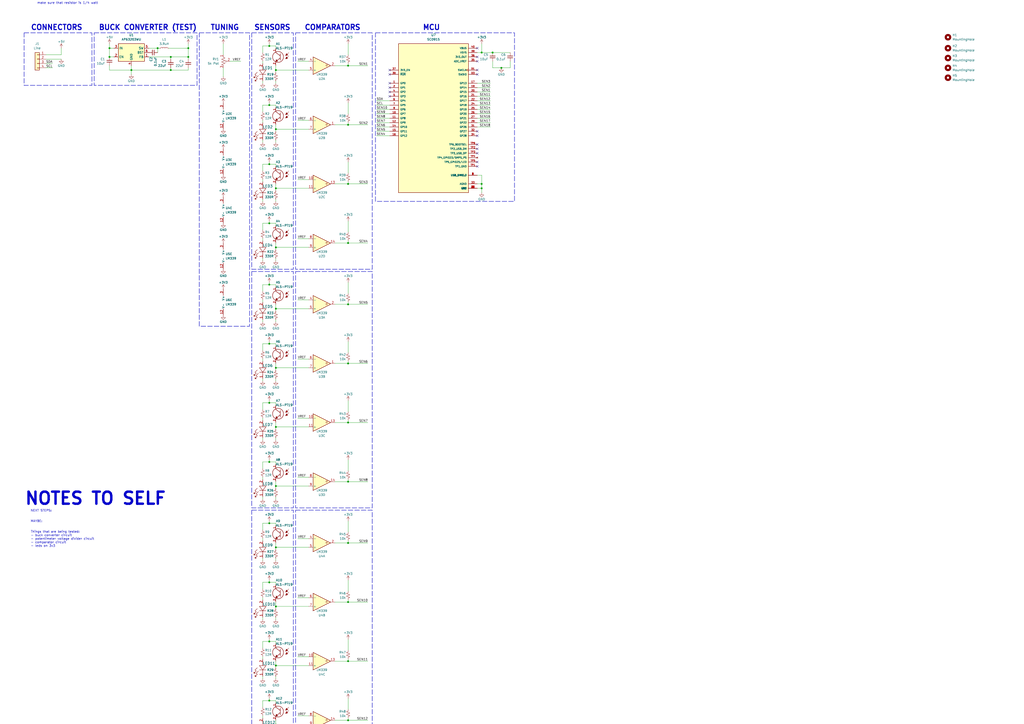
<source format=kicad_sch>
(kicad_sch (version 20230121) (generator eeschema)
  (paper "A2")
  (title_block (title "LINE 3.0 PCB") (date "2023-09-02") (rev "3.0") (company "Team Silverback"))
  (junction (at 201.93 453.39))
  (junction (at 285.75 30.48))
  (junction (at 160.02 455.93))
  (junction (at 160.02 247.65))
  (junction (at 160.02 74.93))
  (junction (at 76.2 40.64))
  (junction (at 279.4 106.68))
  (junction (at 156.21 372.11))
  (junction (at 201.93 210.82))
  (junction (at 156.21 406.4))
  (junction (at 160.02 593.09))
  (junction (at 279.4 109.22))
  (junction (at 201.93 314.96))
  (junction (at 91.44 27.94))
  (junction (at 160.02 558.8))
  (junction (at 201.93 72.39))
  (junction (at 201.93 106.68))
  (junction (at 156.21 26.67))
  (junction (at 160.02 420.37))
  (junction (at 201.93 279.4))
  (junction (at 201.93 245.11))
  (junction (at 156.21 129.54))
  (junction (at 201.93 487.68))
  (junction (at 156.21 579.12))
  (junction (at 99.06 40.64))
  (junction (at 99.06 33.02))
  (junction (at 279.4 30.48))
  (junction (at 156.21 165.1))
  (junction (at 290.83 39.37))
  (junction (at 201.93 417.83))
  (junction (at 156.21 613.41))
  (junction (at 201.93 383.54))
  (junction (at 160.02 627.38))
  (junction (at 160.02 386.08))
  (junction (at 109.22 27.94))
  (junction (at 156.21 199.39))
  (junction (at 63.5 33.02))
  (junction (at 201.93 590.55))
  (junction (at 160.02 40.64))
  (junction (at 160.02 109.22))
  (junction (at 201.93 521.97))
  (junction (at 156.21 510.54))
  (junction (at 160.02 213.36))
  (junction (at 201.93 176.53))
  (junction (at 156.21 233.68))
  (junction (at 156.21 337.82))
  (junction (at 156.21 267.97))
  (junction (at 156.21 441.96))
  (junction (at 160.02 490.22))
  (junction (at 156.21 60.96))
  (junction (at 160.02 143.51))
  (junction (at 160.02 317.5))
  (junction (at 156.21 95.25))
  (junction (at 201.93 38.1))
  (junction (at 201.93 556.26))
  (junction (at 156.21 544.83))
  (junction (at 160.02 281.94))
  (junction (at 201.93 349.25))
  (junction (at 201.93 140.97))
  (junction (at 109.22 33.02))
  (junction (at 160.02 179.07))
  (junction (at 160.02 524.51))
  (junction (at 156.21 476.25))
  (junction (at 63.5 27.94))
  (junction (at 201.93 624.84))
  (junction (at 160.02 351.79))
  (junction (at 156.21 303.53))
  (no_connect (at 276.86 88.9))
  (no_connect (at 276.86 78.74))
  (no_connect (at 276.86 76.2))
  (no_connect (at 276.86 43.18))
  (no_connect (at 226.06 40.64))
  (no_connect (at 226.06 48.26))
  (no_connect (at 276.86 35.56))
  (no_connect (at 276.86 96.52))
  (no_connect (at 276.86 27.94))
  (no_connect (at 276.86 33.02))
  (no_connect (at 226.06 55.88))
  (no_connect (at 276.86 40.64))
  (no_connect (at 226.06 43.18))
  (no_connect (at 276.86 93.98))
  (no_connect (at 226.06 53.34))
  (no_connect (at 226.06 50.8))
  (no_connect (at 276.86 83.82))
  (no_connect (at 276.86 86.36))
  (wire (pts (xy 172.72 381) (xy 179.07 381)))
  (wire (pts (xy 160.02 627.38) (xy 160.02 624.84)))
  (wire (pts (xy 201.93 452.12) (xy 201.93 453.39)))
  (wire (pts (xy 152.4 426.72) (xy 152.4 427.99)))
  (wire (pts (xy 218.44 76.2) (xy 226.06 76.2)))
  (wire (pts (xy 194.31 487.68) (xy 201.93 487.68)))
  (wire (pts (xy 201.93 405.13) (xy 201.93 411.48)))
  (wire (pts (xy 63.5 25.4) (xy 63.5 27.94)))
  (wire (pts (xy 152.4 138.43) (xy 152.4 139.7)))
  (wire (pts (xy 152.4 544.83) (xy 156.21 544.83)))
  (wire (pts (xy 172.72 35.56) (xy 179.07 35.56)))
  (wire (pts (xy 156.21 476.25) (xy 156.21 474.98)))
  (wire (pts (xy 152.4 60.96) (xy 152.4 64.77)))
  (wire (pts (xy 63.5 40.64) (xy 76.2 40.64)))
  (wire (pts (xy 279.4 111.76) (xy 279.4 109.22)))
  (wire (pts (xy 152.4 588.01) (xy 152.4 589.28)))
  (wire (pts (xy 66.04 33.02) (xy 63.5 33.02)))
  (wire (pts (xy 160.02 490.22) (xy 160.02 491.49)))
  (wire (pts (xy 201.93 302.26) (xy 201.93 308.61)))
  (wire (pts (xy 63.5 33.02) (xy 63.5 27.94)))
  (wire (pts (xy 160.02 219.71) (xy 160.02 220.98)))
  (wire (pts (xy 156.21 579.12) (xy 156.21 577.85)))
  (wire (pts (xy 156.21 95.25) (xy 156.21 93.98)))
  (wire (pts (xy 152.4 242.57) (xy 152.4 243.84)))
  (wire (pts (xy 152.4 519.43) (xy 152.4 520.7)))
  (wire (pts (xy 152.4 312.42) (xy 152.4 313.69)))
  (wire (pts (xy 160.02 558.8) (xy 160.02 556.26)))
  (wire (pts (xy 201.93 624.84) (xy 213.36 624.84)))
  (wire (pts (xy 284.48 53.34) (xy 276.86 53.34)))
  (wire (pts (xy 284.48 66.04) (xy 276.86 66.04)))
  (wire (pts (xy 160.02 524.51) (xy 160.02 525.78)))
  (wire (pts (xy 152.4 254) (xy 152.4 255.27)))
  (wire (pts (xy 152.4 544.83) (xy 152.4 548.64)))
  (wire (pts (xy 201.93 520.7) (xy 201.93 521.97)))
  (wire (pts (xy 201.93 486.41) (xy 201.93 487.68)))
  (wire (pts (xy 152.4 104.14) (xy 152.4 105.41)))
  (wire (pts (xy 152.4 276.86) (xy 152.4 278.13)))
  (wire (pts (xy 160.02 74.93) (xy 160.02 76.2)))
  (wire (pts (xy 152.4 462.28) (xy 152.4 463.55)))
  (wire (pts (xy 160.02 267.97) (xy 160.02 269.24)))
  (wire (pts (xy 160.02 455.93) (xy 160.02 457.2)))
  (wire (pts (xy 194.31 314.96) (xy 201.93 314.96)))
  (wire (pts (xy 201.93 370.84) (xy 201.93 377.19)))
  (wire (pts (xy 285.75 39.37) (xy 290.83 39.37)))
  (wire (pts (xy 194.31 590.55) (xy 201.93 590.55)))
  (wire (pts (xy 201.93 336.55) (xy 201.93 342.9)))
  (wire (pts (xy 152.4 35.56) (xy 152.4 36.83)))
  (wire (pts (xy 152.4 496.57) (xy 152.4 497.84)))
  (wire (pts (xy 295.91 35.56) (xy 295.91 39.37)))
  (wire (pts (xy 194.31 349.25) (xy 201.93 349.25)))
  (wire (pts (xy 194.31 106.68) (xy 201.93 106.68)))
  (wire (pts (xy 201.93 417.83) (xy 213.36 417.83)))
  (wire (pts (xy 152.4 46.99) (xy 152.4 48.26)))
  (wire (pts (xy 156.21 337.82) (xy 160.02 337.82)))
  (wire (pts (xy 152.4 95.25) (xy 156.21 95.25)))
  (wire (pts (xy 160.02 81.28) (xy 160.02 82.55)))
  (wire (pts (xy 160.02 199.39) (xy 160.02 200.66)))
  (wire (pts (xy 99.06 33.02) (xy 109.22 33.02)))
  (wire (pts (xy 152.4 165.1) (xy 152.4 168.91)))
  (wire (pts (xy 160.02 593.09) (xy 160.02 590.55)))
  (wire (pts (xy 160.02 420.37) (xy 179.07 420.37)))
  (wire (pts (xy 172.72 276.86) (xy 179.07 276.86)))
  (wire (pts (xy 152.4 406.4) (xy 156.21 406.4)))
  (wire (pts (xy 218.44 66.04) (xy 226.06 66.04)))
  (wire (pts (xy 156.21 303.53) (xy 156.21 302.26)))
  (wire (pts (xy 218.44 78.74) (xy 226.06 78.74)))
  (wire (pts (xy 152.4 579.12) (xy 156.21 579.12)))
  (wire (pts (xy 160.02 281.94) (xy 160.02 283.21)))
  (wire (pts (xy 160.02 558.8) (xy 179.07 558.8)))
  (wire (pts (xy 276.86 106.68) (xy 279.4 106.68)))
  (wire (pts (xy 133.35 35.56) (xy 139.7 35.56)))
  (wire (pts (xy 152.4 149.86) (xy 152.4 151.13)))
  (wire (pts (xy 172.72 346.71) (xy 179.07 346.71)))
  (wire (pts (xy 172.72 553.72) (xy 179.07 553.72)))
  (wire (pts (xy 172.72 450.85) (xy 179.07 450.85)))
  (wire (pts (xy 160.02 74.93) (xy 179.07 74.93)))
  (wire (pts (xy 295.91 39.37) (xy 290.83 39.37)))
  (wire (pts (xy 156.21 267.97) (xy 160.02 267.97)))
  (wire (pts (xy 152.4 530.86) (xy 152.4 532.13)))
  (wire (pts (xy 172.72 622.3) (xy 179.07 622.3)))
  (wire (pts (xy 86.36 33.02) (xy 99.06 33.02)))
  (wire (pts (xy 160.02 455.93) (xy 160.02 453.39)))
  (wire (pts (xy 285.75 35.56) (xy 285.75 39.37)))
  (wire (pts (xy 156.21 406.4) (xy 156.21 405.13)))
  (wire (pts (xy 160.02 254) (xy 160.02 255.27)))
  (wire (pts (xy 152.4 565.15) (xy 152.4 566.42)))
  (wire (pts (xy 152.4 599.44) (xy 152.4 600.71)))
  (wire (pts (xy 76.2 40.64) (xy 76.2 43.18)))
  (wire (pts (xy 156.21 26.67) (xy 160.02 26.67)))
  (wire (pts (xy 279.4 25.4) (xy 279.4 30.48)))
  (wire (pts (xy 152.4 579.12) (xy 152.4 582.93)))
  (wire (pts (xy 218.44 73.66) (xy 226.06 73.66)))
  (wire (pts (xy 156.21 613.41) (xy 160.02 613.41)))
  (wire (pts (xy 160.02 406.4) (xy 160.02 407.67)))
  (wire (pts (xy 152.4 115.57) (xy 152.4 116.84)))
  (wire (pts (xy 160.02 247.65) (xy 160.02 245.11)))
  (wire (pts (xy 201.93 105.41) (xy 201.93 106.68)))
  (wire (pts (xy 201.93 278.13) (xy 201.93 279.4)))
  (wire (pts (xy 160.02 544.83) (xy 160.02 546.1)))
  (wire (pts (xy 160.02 426.72) (xy 160.02 427.99)))
  (wire (pts (xy 160.02 441.96) (xy 160.02 443.23)))
  (wire (pts (xy 156.21 95.25) (xy 160.02 95.25)))
  (wire (pts (xy 279.4 106.68) (xy 279.4 109.22)))
  (wire (pts (xy 152.4 303.53) (xy 152.4 307.34)))
  (wire (pts (xy 160.02 633.73) (xy 160.02 635)))
  (wire (pts (xy 201.93 245.11) (xy 213.36 245.11)))
  (wire (pts (xy 152.4 267.97) (xy 156.21 267.97)))
  (wire (pts (xy 91.44 30.48) (xy 91.44 27.94)))
  (wire (pts (xy 99.06 39.37) (xy 99.06 40.64)))
  (wire (pts (xy 201.93 128.27) (xy 201.93 134.62)))
  (wire (pts (xy 201.93 382.27) (xy 201.93 383.54)))
  (wire (pts (xy 284.48 55.88) (xy 276.86 55.88)))
  (wire (pts (xy 156.21 544.83) (xy 160.02 544.83)))
  (wire (pts (xy 156.21 372.11) (xy 156.21 370.84)))
  (wire (pts (xy 156.21 441.96) (xy 160.02 441.96)))
  (wire (pts (xy 63.5 27.94) (xy 66.04 27.94)))
  (wire (pts (xy 194.31 453.39) (xy 201.93 453.39)))
  (wire (pts (xy 201.93 383.54) (xy 213.36 383.54)))
  (wire (pts (xy 152.4 323.85) (xy 152.4 325.12)))
  (wire (pts (xy 172.72 485.14) (xy 179.07 485.14)))
  (wire (pts (xy 284.48 63.5) (xy 276.86 63.5)))
  (wire (pts (xy 152.4 485.14) (xy 152.4 486.41)))
  (wire (pts (xy 160.02 143.51) (xy 160.02 140.97)))
  (wire (pts (xy 160.02 358.14) (xy 160.02 359.41)))
  (wire (pts (xy 276.86 101.6) (xy 279.4 101.6)))
  (wire (pts (xy 152.4 622.3) (xy 152.4 623.57)))
  (wire (pts (xy 160.02 351.79) (xy 160.02 353.06)))
  (wire (pts (xy 194.31 210.82) (xy 201.93 210.82)))
  (wire (pts (xy 201.93 140.97) (xy 213.36 140.97)))
  (wire (pts (xy 160.02 323.85) (xy 160.02 325.12)))
  (wire (pts (xy 194.31 383.54) (xy 201.93 383.54)))
  (wire (pts (xy 160.02 74.93) (xy 160.02 72.39)))
  (wire (pts (xy 152.4 476.25) (xy 152.4 480.06)))
  (wire (pts (xy 156.21 26.67) (xy 156.21 25.4)))
  (wire (pts (xy 152.4 613.41) (xy 156.21 613.41)))
  (wire (pts (xy 152.4 233.68) (xy 152.4 237.49)))
  (wire (pts (xy 201.93 59.69) (xy 201.93 66.04)))
  (wire (pts (xy 152.4 381) (xy 152.4 382.27)))
  (wire (pts (xy 156.21 337.82) (xy 156.21 336.55)))
  (wire (pts (xy 160.02 46.99) (xy 160.02 48.26)))
  (wire (pts (xy 160.02 115.57) (xy 160.02 116.84)))
  (wire (pts (xy 276.86 73.66) (xy 284.48 73.66)))
  (wire (pts (xy 160.02 579.12) (xy 160.02 580.39)))
  (wire (pts (xy 160.02 317.5) (xy 160.02 314.96)))
  (wire (pts (xy 152.4 372.11) (xy 156.21 372.11)))
  (wire (pts (xy 152.4 510.54) (xy 152.4 514.35)))
  (wire (pts (xy 201.93 612.14) (xy 201.93 618.49)))
  (wire (pts (xy 160.02 26.67) (xy 160.02 27.94)))
  (wire (pts (xy 160.02 303.53) (xy 160.02 304.8)))
  (wire (pts (xy 172.72 312.42) (xy 179.07 312.42)))
  (wire (pts (xy 152.4 633.73) (xy 152.4 635)))
  (wire (pts (xy 279.4 30.48) (xy 285.75 30.48)))
  (wire (pts (xy 172.72 69.85) (xy 179.07 69.85)))
  (wire (pts (xy 160.02 599.44) (xy 160.02 600.71)))
  (wire (pts (xy 160.02 213.36) (xy 160.02 210.82)))
  (wire (pts (xy 160.02 129.54) (xy 160.02 130.81)))
  (wire (pts (xy 285.75 30.48) (xy 295.91 30.48)))
  (wire (pts (xy 152.4 372.11) (xy 152.4 375.92)))
  (wire (pts (xy 201.93 521.97) (xy 213.36 521.97)))
  (wire (pts (xy 160.02 351.79) (xy 179.07 351.79)))
  (wire (pts (xy 156.21 441.96) (xy 156.21 440.69)))
  (wire (pts (xy 156.21 267.97) (xy 156.21 266.7)))
  (wire (pts (xy 284.48 50.8) (xy 276.86 50.8)))
  (wire (pts (xy 156.21 476.25) (xy 160.02 476.25)))
  (wire (pts (xy 35.56 27.94) (xy 35.56 31.75)))
  (wire (pts (xy 201.93 440.69) (xy 201.93 447.04)))
  (wire (pts (xy 160.02 40.64) (xy 160.02 41.91)))
  (wire (pts (xy 152.4 415.29) (xy 152.4 416.56)))
  (wire (pts (xy 160.02 109.22) (xy 179.07 109.22)))
  (wire (pts (xy 160.02 386.08) (xy 179.07 386.08)))
  (wire (pts (xy 201.93 38.1) (xy 213.36 38.1)))
  (wire (pts (xy 156.21 303.53) (xy 160.02 303.53)))
  (wire (pts (xy 201.93 623.57) (xy 201.93 624.84)))
  (wire (pts (xy 63.5 38.1) (xy 63.5 40.64)))
  (wire (pts (xy 152.4 288.29) (xy 152.4 289.56)))
  (wire (pts (xy 160.02 558.8) (xy 160.02 560.07)))
  (wire (pts (xy 279.4 30.48) (xy 276.86 30.48)))
  (wire (pts (xy 201.93 347.98) (xy 201.93 349.25)))
  (wire (pts (xy 152.4 26.67) (xy 156.21 26.67)))
  (wire (pts (xy 160.02 372.11) (xy 160.02 373.38)))
  (wire (pts (xy 194.31 417.83) (xy 201.93 417.83)))
  (wire (pts (xy 201.93 210.82) (xy 213.36 210.82)))
  (wire (pts (xy 152.4 613.41) (xy 152.4 617.22)))
  (wire (pts (xy 201.93 543.56) (xy 201.93 549.91)))
  (wire (pts (xy 201.93 163.83) (xy 201.93 170.18)))
  (wire (pts (xy 109.22 27.94) (xy 109.22 33.02)))
  (wire (pts (xy 152.4 553.72) (xy 152.4 554.99)))
  (wire (pts (xy 172.72 208.28) (xy 179.07 208.28)))
  (wire (pts (xy 284.48 58.42) (xy 276.86 58.42)))
  (wire (pts (xy 160.02 213.36) (xy 179.07 213.36)))
  (wire (pts (xy 276.86 68.58) (xy 284.48 68.58)))
  (wire (pts (xy 160.02 476.25) (xy 160.02 477.52)))
  (wire (pts (xy 160.02 462.28) (xy 160.02 463.55)))
  (wire (pts (xy 201.93 453.39) (xy 213.36 453.39)))
  (wire (pts (xy 160.02 386.08) (xy 160.02 387.35)))
  (wire (pts (xy 152.4 303.53) (xy 156.21 303.53)))
  (wire (pts (xy 109.22 39.37) (xy 109.22 40.64)))
  (wire (pts (xy 152.4 129.54) (xy 152.4 133.35)))
  (wire (pts (xy 160.02 386.08) (xy 160.02 383.54)))
  (wire (pts (xy 152.4 337.82) (xy 152.4 341.63)))
  (wire (pts (xy 218.44 58.42) (xy 226.06 58.42)))
  (wire (pts (xy 172.72 242.57) (xy 179.07 242.57)))
  (wire (pts (xy 201.93 589.28) (xy 201.93 590.55)))
  (wire (pts (xy 201.93 487.68) (xy 213.36 487.68)))
  (wire (pts (xy 156.21 579.12) (xy 160.02 579.12)))
  (wire (pts (xy 201.93 36.83) (xy 201.93 38.1)))
  (wire (pts (xy 201.93 590.55) (xy 213.36 590.55)))
  (wire (pts (xy 160.02 317.5) (xy 160.02 318.77)))
  (wire (pts (xy 97.79 27.94) (xy 109.22 27.94)))
  (wire (pts (xy 152.4 406.4) (xy 152.4 410.21)))
  (wire (pts (xy 201.93 243.84) (xy 201.93 245.11)))
  (wire (pts (xy 160.02 627.38) (xy 160.02 628.65)))
  (wire (pts (xy 160.02 337.82) (xy 160.02 339.09)))
  (wire (pts (xy 201.93 198.12) (xy 201.93 204.47)))
  (wire (pts (xy 152.4 129.54) (xy 156.21 129.54)))
  (wire (pts (xy 152.4 510.54) (xy 156.21 510.54)))
  (wire (pts (xy 201.93 72.39) (xy 213.36 72.39)))
  (wire (pts (xy 276.86 71.12) (xy 284.48 71.12)))
  (wire (pts (xy 160.02 351.79) (xy 160.02 349.25)))
  (wire (pts (xy 26.67 31.75) (xy 35.56 31.75)))
  (wire (pts (xy 201.93 232.41) (xy 201.93 238.76)))
  (wire (pts (xy 284.48 60.96) (xy 276.86 60.96)))
  (wire (pts (xy 76.2 38.1) (xy 76.2 40.64)))
  (wire (pts (xy 279.4 109.22) (xy 276.86 109.22)))
  (wire (pts (xy 156.21 129.54) (xy 156.21 128.27)))
  (wire (pts (xy 152.4 199.39) (xy 152.4 203.2)))
  (wire (pts (xy 26.67 34.29) (xy 35.56 34.29)))
  (wire (pts (xy 160.02 281.94) (xy 179.07 281.94)))
  (wire (pts (xy 160.02 213.36) (xy 160.02 214.63)))
  (wire (pts (xy 160.02 247.65) (xy 160.02 248.92)))
  (wire (pts (xy 156.21 510.54) (xy 160.02 510.54)))
  (wire (pts (xy 194.31 38.1) (xy 201.93 38.1)))
  (wire (pts (xy 172.72 415.29) (xy 179.07 415.29)))
  (wire (pts (xy 160.02 565.15) (xy 160.02 566.42)))
  (wire (pts (xy 218.44 60.96) (xy 226.06 60.96)))
  (wire (pts (xy 129.54 39.37) (xy 129.54 44.45)))
  (wire (pts (xy 152.4 219.71) (xy 152.4 220.98)))
  (wire (pts (xy 201.93 176.53) (xy 213.36 176.53)))
  (wire (pts (xy 152.4 337.82) (xy 156.21 337.82)))
  (wire (pts (xy 160.02 593.09) (xy 160.02 594.36)))
  (wire (pts (xy 194.31 245.11) (xy 201.93 245.11)))
  (wire (pts (xy 160.02 455.93) (xy 179.07 455.93)))
  (wire (pts (xy 172.72 138.43) (xy 179.07 138.43)))
  (wire (pts (xy 160.02 60.96) (xy 160.02 62.23)))
  (wire (pts (xy 152.4 441.96) (xy 152.4 445.77)))
  (wire (pts (xy 194.31 279.4) (xy 201.93 279.4)))
  (wire (pts (xy 194.31 140.97) (xy 201.93 140.97)))
  (wire (pts (xy 156.21 60.96) (xy 160.02 60.96)))
  (wire (pts (xy 160.02 95.25) (xy 160.02 96.52)))
  (wire (pts (xy 160.02 40.64) (xy 179.07 40.64)))
  (wire (pts (xy 109.22 25.4) (xy 109.22 27.94)))
  (wire (pts (xy 156.21 406.4) (xy 160.02 406.4)))
  (wire (pts (xy 156.21 233.68) (xy 160.02 233.68)))
  (wire (pts (xy 156.21 60.96) (xy 156.21 59.69)))
  (wire (pts (xy 201.93 266.7) (xy 201.93 273.05)))
  (wire (pts (xy 152.4 267.97) (xy 152.4 271.78)))
  (wire (pts (xy 152.4 441.96) (xy 156.21 441.96)))
  (wire (pts (xy 194.31 72.39) (xy 201.93 72.39)))
  (wire (pts (xy 201.93 349.25) (xy 213.36 349.25)))
  (wire (pts (xy 160.02 317.5) (xy 179.07 317.5)))
  (wire (pts (xy 284.48 48.26) (xy 276.86 48.26)))
  (wire (pts (xy 152.4 199.39) (xy 156.21 199.39)))
  (wire (pts (xy 160.02 233.68) (xy 160.02 234.95)))
  (wire (pts (xy 172.72 519.43) (xy 179.07 519.43)))
  (wire (pts (xy 109.22 33.02) (xy 109.22 34.29)))
  (wire (pts (xy 194.31 521.97) (xy 201.93 521.97)))
  (wire (pts (xy 152.4 185.42) (xy 152.4 186.69)))
  (wire (pts (xy 160.02 288.29) (xy 160.02 289.56)))
  (wire (pts (xy 156.21 372.11) (xy 160.02 372.11)))
  (wire (pts (xy 201.93 313.69) (xy 201.93 314.96)))
  (wire (pts (xy 160.02 420.37) (xy 160.02 421.64)))
  (wire (pts (xy 156.21 199.39) (xy 160.02 199.39)))
  (wire (pts (xy 152.4 346.71) (xy 152.4 347.98)))
  (wire (pts (xy 156.21 510.54) (xy 156.21 509.27)))
  (wire (pts (xy 160.02 281.94) (xy 160.02 279.4)))
  (wire (pts (xy 160.02 496.57) (xy 160.02 497.84)))
  (wire (pts (xy 99.06 40.64) (xy 109.22 40.64)))
  (wire (pts (xy 156.21 165.1) (xy 160.02 165.1)))
  (wire (pts (xy 201.93 93.98) (xy 201.93 100.33)))
  (wire (pts (xy 201.93 106.68) (xy 213.36 106.68)))
  (wire (pts (xy 152.4 358.14) (xy 152.4 359.41)))
  (wire (pts (xy 160.02 247.65) (xy 179.07 247.65)))
  (wire (pts (xy 152.4 233.68) (xy 156.21 233.68)))
  (wire (pts (xy 160.02 185.42) (xy 160.02 186.69)))
  (wire (pts (xy 152.4 208.28) (xy 152.4 209.55)))
  (wire (pts (xy 279.4 101.6) (xy 279.4 106.68)))
  (wire (pts (xy 201.93 71.12) (xy 201.93 72.39)))
  (wire (pts (xy 160.02 530.86) (xy 160.02 532.13)))
  (wire (pts (xy 160.02 490.22) (xy 160.02 487.68)))
  (wire (pts (xy 194.31 624.84) (xy 201.93 624.84)))
  (wire (pts (xy 201.93 25.4) (xy 201.93 31.75)))
  (wire (pts (xy 156.21 544.83) (xy 156.21 543.56)))
  (wire (pts (xy 201.93 554.99) (xy 201.93 556.26)))
  (wire (pts (xy 160.02 40.64) (xy 160.02 38.1)))
  (wire (pts (xy 152.4 173.99) (xy 152.4 175.26)))
  (wire (pts (xy 201.93 279.4) (xy 213.36 279.4)))
  (wire (pts (xy 156.21 233.68) (xy 156.21 232.41)))
  (wire (pts (xy 172.72 173.99) (xy 179.07 173.99)))
  (wire (pts (xy 160.02 149.86) (xy 160.02 151.13)))
  (wire (pts (xy 201.93 175.26) (xy 201.93 176.53)))
  (wire (pts (xy 201.93 577.85) (xy 201.93 584.2)))
  (wire (pts (xy 160.02 179.07) (xy 160.02 176.53)))
  (wire (pts (xy 194.31 176.53) (xy 201.93 176.53)))
  (wire (pts (xy 218.44 63.5) (xy 226.06 63.5)))
  (wire (pts (xy 218.44 71.12) (xy 226.06 71.12)))
  (wire (pts (xy 201.93 416.56) (xy 201.93 417.83)))
  (wire (pts (xy 152.4 165.1) (xy 156.21 165.1)))
  (wire (pts (xy 156.21 613.41) (xy 156.21 612.14)))
  (wire (pts (xy 160.02 109.22) (xy 160.02 110.49)))
  (wire (pts (xy 160.02 524.51) (xy 160.02 521.97)))
  (wire (pts (xy 26.67 39.37) (xy 30.48 39.37)))
  (wire (pts (xy 152.4 60.96) (xy 156.21 60.96)))
  (wire (pts (xy 160.02 143.51) (xy 179.07 143.51)))
  (wire (pts (xy 201.93 474.98) (xy 201.93 481.33)))
  (wire (pts (xy 201.93 556.26) (xy 213.36 556.26)))
  (wire (pts (xy 172.72 104.14) (xy 179.07 104.14)))
  (wire (pts (xy 160.02 524.51) (xy 179.07 524.51)))
  (wire (pts (xy 156.21 165.1) (xy 156.21 163.83)))
  (wire (pts (xy 152.4 26.67) (xy 152.4 30.48)))
  (wire (pts (xy 160.02 593.09) (xy 179.07 593.09)))
  (wire (pts (xy 152.4 450.85) (xy 152.4 452.12)))
  (wire (pts (xy 172.72 588.01) (xy 179.07 588.01)))
  (wire (pts (xy 218.44 68.58) (xy 226.06 68.58)))
  (wire (pts (xy 152.4 476.25) (xy 156.21 476.25)))
  (wire (pts (xy 91.44 27.94) (xy 92.71 27.94)))
  (wire (pts (xy 160.02 179.07) (xy 160.02 180.34)))
  (wire (pts (xy 160.02 627.38) (xy 179.07 627.38)))
  (wire (pts (xy 160.02 109.22) (xy 160.02 106.68)))
  (wire (pts (xy 160.02 143.51) (xy 160.02 144.78)))
  (wire (pts (xy 156.21 129.54) (xy 160.02 129.54)))
  (wire (pts (xy 160.02 179.07) (xy 179.07 179.07)))
  (wire (pts (xy 156.21 199.39) (xy 156.21 198.12)))
  (wire (pts (xy 201.93 314.96) (xy 213.36 314.96)))
  (wire (pts (xy 160.02 420.37) (xy 160.02 417.83)))
  (wire (pts (xy 129.54 25.4) (xy 129.54 31.75)))
  (wire (pts (xy 86.36 27.94) (xy 91.44 27.94)))
  (wire (pts (xy 152.4 81.28) (xy 152.4 82.55)))
  (wire (pts (xy 99.06 33.02) (xy 99.06 34.29)))
  (wire (pts (xy 201.93 139.7) (xy 201.93 140.97)))
  (wire (pts (xy 26.67 36.83) (xy 30.48 36.83)))
  (wire (pts (xy 201.93 209.55) (xy 201.93 210.82)))
  (wire (pts (xy 152.4 392.43) (xy 152.4 393.7)))
  (wire (pts (xy 160.02 613.41) (xy 160.02 614.68)))
  (wire (pts (xy 201.93 509.27) (xy 201.93 515.62)))
  (wire (pts (xy 152.4 95.25) (xy 152.4 99.06)))
  (wire (pts (xy 160.02 165.1) (xy 160.02 166.37)))
  (wire (pts (xy 76.2 40.64) (xy 99.06 40.64)))
  (wire (pts (xy 194.31 556.26) (xy 201.93 556.26)))
  (wire (pts (xy 160.02 510.54) (xy 160.02 511.81)))
  (wire (pts (xy 160.02 392.43) (xy 160.02 393.7)))
  (wire (pts (xy 160.02 490.22) (xy 179.07 490.22)))
  (wire (pts (xy 152.4 69.85) (xy 152.4 71.12)))
  (rectangle (start 54.61 19.05) (end 114.3 49.53) (stroke (width 0.254) (type dash)))
  (rectangle (start 171.45 157.48) (end 215.9 294.64) (stroke (width 0.254) (type dash)))
  (rectangle (start 13.97 19.05) (end 53.34 49.53) (stroke (width 0.254) (type dash)))
  (rectangle (start 146.05 157.48) (end 170.18 294.64) (stroke (width 0.254) (type dash)))
  (rectangle (start 171.45 434.34) (end 215.9 571.5) (stroke (width 0.254) (type dash)))
  (rectangle (start 146.05 434.34) (end 170.18 571.5) (stroke (width 0.254) (type dash)))
  (rectangle (start 146.05 295.91) (end 170.18 433.07) (stroke (width 0.254) (type dash)))
  (rectangle (start 171.45 19.05) (end 215.9 156.21) (stroke (width 0.254) (type dash)))
  (rectangle (start 171.45 295.91) (end 215.9 433.07) (stroke (width 0.254) (type dash)))
  (rectangle (start 146.05 19.05) (end 170.18 156.21) (stroke (width 0.254) (type dash)))
  (rectangle (start 115.57 19.05) (end 144.78 189.23) (stroke (width 0.254) (type dash)))
  (rectangle (start 217.805 19.05) (end 298.45 116.84) (stroke (width 0.254) (type dash)))
  (text "NOTES TO SELF" (at 13.97 293.37 0) (effects (font (size 7 7) (thickness 1.4) bold) (justify left bottom)))
  (text "NEXT STEPS:\n\n\nMAYBE:\n\n\nThings that are being tested:\n- buck converter circuit\n- potentimeter voltage divider circuit\n- comparator circuit\n- leds on 3v3" (at 17.78 317.5 0) (effects (font (size 1.27 1.27)) (justify left bottom)))
  (text "SENSORS" (at 147.32 17.78 0) (effects (font (size 3 3) (thickness 0.6) bold) (justify left bottom)))
  (text "TUNING" (at 121.92 17.78 0) (effects (font (size 3 3) (thickness 0.6) bold) (justify left bottom)))
  (text "make sure that resistor is 1/4 watt" (at 21.59 2.54 0) (effects (font (size 1.27 1.27)) (justify left bottom)))
  (text "CONNECTORS" (at 17.78 17.78 0) (effects (font (size 3 3) (thickness 0.6) bold) (justify left bottom)))
  (text "MCU " (at 245.11 17.78 0) (effects (font (size 3 3) (thickness 0.6) bold) (justify left bottom)))
  (text "BUCK CONVERTER (TEST)" (at 57.15 17.78 0) (effects (font (size 3 3) (thickness 0.6) bold) (justify left bottom)))
  (text "COMPARATORS" (at 176.53 17.78 0) (effects (font (size 3 3) (thickness 0.6) bold) (justify left bottom)))
  (label "SDA" (at 218.44 58.42 0))
  (label "SEN17" (at 284.48 71.12 180))
  (label "SEN2" (at 213.36 72.39 180))
  (label "VREF" (at 172.72 138.43 0))
  (label "SEN17" (at 213.36 590.55 180))
  (label "SEN13" (at 213.36 453.39 180))
  (label "SEN5" (at 218.44 76.2 0))
  (label "VREF" (at 172.72 104.14 0))
  (label "SEN8" (at 213.36 279.4 180))
  (label "VREF" (at 172.72 622.3 0))
  (label "SEN2" (at 284.48 50.8 180))
  (label "SEN6" (at 218.44 73.66 0))
  (label "SEN10" (at 213.36 349.25 180))
  (label "SEN11" (at 213.36 383.54 180))
  (label "SEN15" (at 213.36 521.97 180))
  (label "SEN10" (at 218.44 63.5 0))
  (label "SEN13" (at 284.48 60.96 180))
  (label "VREF" (at 139.7 35.56 180))
  (label "VREF" (at 172.72 519.43 0))
  (label "SEN4" (at 218.44 78.74 0))
  (label "VREF" (at 172.72 208.28 0))
  (label "VREF" (at 172.72 485.14 0))
  (label "SEN1" (at 213.36 38.1 180))
  (label "SCL" (at 30.48 39.37 180))
  (label "VREF" (at 172.72 450.85 0))
  (label "SEN12" (at 213.36 417.83 180))
  (label "SEN8" (at 218.44 68.58 0))
  (label "SEN16" (at 213.36 556.26 180))
  (label "VREF" (at 172.72 381 0))
  (label "SEN14" (at 284.48 63.5 180))
  (label "SEN5" (at 213.36 176.53 180))
  (label "VREF" (at 172.72 346.71 0))
  (label "VREF" (at 172.72 69.85 0))
  (label "SEN18" (at 284.48 73.66 180))
  (label "SEN18" (at 213.36 624.84 180))
  (label "SEN7" (at 213.36 245.11 180))
  (label "VREF" (at 172.72 588.01 0))
  (label "VREF" (at 172.72 415.29 0))
  (label "SEN9" (at 213.36 314.96 180))
  (label "VREF" (at 172.72 276.86 0))
  (label "SEN14" (at 213.36 487.68 180))
  (label "SEN6" (at 213.36 210.82 180))
  (label "SEN4" (at 213.36 140.97 180))
  (label "VREF" (at 172.72 312.42 0))
  (label "SCL" (at 218.44 60.96 0))
  (label "SEN9" (at 218.44 66.04 0))
  (label "SEN16" (at 284.48 68.58 180))
  (label "VREF" (at 172.72 35.56 0))
  (label "SDA" (at 30.48 36.83 180))
  (label "SEN1" (at 284.48 53.34 180))
  (label "SEN7" (at 218.44 71.12 0))
  (label "VREF" (at 172.72 242.57 0))
  (label "SEN3" (at 284.48 48.26 180))
  (label "SEN12" (at 284.48 58.42 180))
  (label "VREF" (at 172.72 553.72 0))
  (label "VREF" (at 172.72 173.99 0))
  (label "SEN11" (at 284.48 55.88 180))
  (label "SEN15" (at 284.48 66.04 180))
  (label "SEN3" (at 213.36 106.68 180))
  (symbol (lib_id "Device:R_Small_US") (at 201.93 207.01 0) (mirror x) (unit 1)
    (property "Reference" "R42" (at 200.66 205.74 0) (effects (justify right)))
    (property "Value" "10k" (at 200.66 208.28 0) (effects (justify right)))
    (property "Footprint" "digikey-footprints:0805" (effects hide))
  )
  (symbol (lib_id "power:GND") (at 160.02 463.55 0) (unit 1)
    (property "Reference" "#PWR067" (effects hide))
    (property "Value" "GND" (at 160.02 467.36 0))
  )
  (symbol (lib_id "JB2835AWT-W-U30GA0000-N0000001:JB2835AWT-W-U30GA0000-N0000001") (at 152.4 209.55 90) (mirror x) (unit 1)
    (property "Reference" "LED6" (at 152.4 212.09 90) (effects (font (size 1.524 1.524)) (justify right)))
    (property "Value" "JB2835AWT-W-U30GA0000-N0000001" (effects hide))
    (property "Footprint" "JB2835AWT-W-U30GA0000-N0000001:LED_J2835_CRW" (effects hide))
    (property "Datasheet" "JB2835AWT-W-U30GA0000-N0000001" (effects hide))
  )
  (symbol (lib_id "power:+5V") (at 63.5 25.4 0) (mirror y) (unit 1)
    (property "Reference" "#PWR04" (effects hide))
    (property "Value" "+5V" (at 63.5 21.59 0))
  )
  (symbol (lib_id "Device:C_Small") (at 285.75 33.02 180) (unit 1)
    (property "Reference" "C5" (at 283.21 31.75 0) (effects (justify left)))
    (property "Value" "10uF" (at 283.21 34.29 0) (effects (justify left)))
    (property "Footprint" "digikey-footprints:0805" (effects hide))
  )
  (symbol (lib_id "Mechanical:MountingHole") (at 549.91 27.94 0) (unit 1)
    (property "Reference" "H2" (at 552.45 26.67 0) (effects (justify left)))
    (property "Value" "MountingHole" (at 552.45 29.21 0) (effects (justify left)))
    (property "Footprint" "MountingHole:MountingHole_3.2mm_M3" (effects hide))
  )
  (symbol (lib_id "Device:R_Small_US") (at 152.4 585.47 0) (unit 1)
    (property "Reference" "R17" (at 153.67 584.2 0) (effects (justify left)))
    (property "Value" "12R" (at 153.67 586.74 0) (effects (justify left)))
    (property "Footprint" "digikey-footprints:0805" (effects hide))
  )
  (symbol (lib_id "Device:R_Small_US") (at 201.93 552.45 0) (mirror x) (unit 1)
    (property "Reference" "R52" (at 200.66 551.18 0) (effects (justify right)))
    (property "Value" "10k" (at 200.66 553.72 0) (effects (justify right)))
    (property "Footprint" "digikey-footprints:0805" (effects hide))
  )
  (symbol (lib_id "power:GND") (at 160.02 289.56 0) (unit 1)
    (property "Reference" "#PWR062" (effects hide))
    (property "Value" "GND" (at 160.02 293.37 0))
  )
  (symbol (lib_id "JB2835AWT-W-U30GA0000-N0000001:JB2835AWT-W-U30GA0000-N0000001") (at 152.4 36.83 90) (mirror x) (unit 1)
    (property "Reference" "LED1" (at 152.4 39.37 90) (effects (font (size 1.524 1.524)) (justify right)))
    (property "Value" "JB2835AWT-W-U30GA0000-N0000001" (effects hide))
    (property "Footprint" "JB2835AWT-W-U30GA0000-N0000001:LED_J2835_CRW" (effects hide))
    (property "Datasheet" "JB2835AWT-W-U30GA0000-N0000001" (effects hide))
  )
  (symbol (lib_id "Device:R_Small_US") (at 201.93 586.74 0) (mirror x) (unit 1)
    (property "Reference" "R53" (at 200.66 585.47 0) (effects (justify right)))
    (property "Value" "10k" (at 200.66 588.01 0) (effects (justify right)))
    (property "Footprint" "digikey-footprints:0805" (effects hide))
  )
  (symbol (lib_id "power:+3V3") (at 129.54 114.3 0) (unit 1)
    (property "Reference" "#PWR013" (effects hide))
    (property "Value" "+3V3" (at 129.54 110.49 0))
  )
  (symbol (lib_id "power:+3V3") (at 156.21 198.12 0) (unit 1)
    (property "Reference" "#PWR042" (effects hide))
    (property "Value" "+3V3" (at 156.21 194.31 0))
  )
  (symbol (lib_id "power:GND") (at 160.02 82.55 0) (unit 1)
    (property "Reference" "#PWR056" (effects hide))
    (property "Value" "GND" (at 160.02 86.36 0))
  )
  (symbol (lib_id "JB2835AWT-W-U30GA0000-N0000001:JB2835AWT-W-U30GA0000-N0000001") (at 152.4 589.28 90) (mirror x) (unit 1)
    (property "Reference" "LED17" (at 152.4 591.82 90) (effects (font (size 1.524 1.524)) (justify right)))
    (property "Value" "JB2835AWT-W-U30GA0000-N0000001" (effects hide))
    (property "Footprint" "JB2835AWT-W-U30GA0000-N0000001:LED_J2835_CRW" (effects hide))
    (property "Datasheet" "JB2835AWT-W-U30GA0000-N0000001" (effects hide))
  )
  (symbol (lib_id "ALS-PT19-315C_L177_TR8:ALS-PT19-315C{slash}L177{slash}TR8") (at 162.56 101.6 0) (mirror y) (unit 1)
    (property "Reference" "A3" (at 160.02 93.98 0) (effects (justify right)))
    (property "Value" "ALS-PT19" (at 160.02 96.52 0) (effects (justify right)))
    (property "Footprint" "ALS-PT19-315C_L177_TR8:XDCR_ALS-PT19-315C_L177_TR8" (effects hide))
    (property "MAXIMUM_PACKAGE_HEIGHT" "0.7 mm" (effects hide))
    (property "STANDARD" "Manufacturer Recommendations" (effects hide))
    (property "PARTREV" "5" (effects hide))
    (property "MANUFACTURER" "Everlight" (effects hide))
  )
  (symbol (lib_id "power:GND") (at 152.4 463.55 0) (unit 1)
    (property "Reference" "#PWR031" (effects hide))
    (property "Value" "GND" (at 152.4 467.36 0))
  )
  (symbol (lib_id "power:+3V3") (at 129.54 25.4 0) (unit 1)
    (property "Reference" "#PWR07" (effects hide))
    (property "Value" "+3V3" (at 129.54 21.59 0))
  )
  (symbol (lib_id "JB2835AWT-W-U30GA0000-N0000001:JB2835AWT-W-U30GA0000-N0000001") (at 152.4 243.84 90) (mirror x) (unit 1)
    (property "Reference" "LED7" (at 152.4 246.38 90) (effects (font (size 1.524 1.524)) (justify right)))
    (property "Value" "JB2835AWT-W-U30GA0000-N0000001" (effects hide))
    (property "Footprint" "JB2835AWT-W-U30GA0000-N0000001:LED_J2835_CRW" (effects hide))
    (property "Datasheet" "JB2835AWT-W-U30GA0000-N0000001" (effects hide))
  )
  (symbol (lib_id "ALS-PT19-315C_L177_TR8:ALS-PT19-315C{slash}L177{slash}TR8") (at 162.56 378.46 0) (mirror y) (unit 1)
    (property "Reference" "A11" (at 160.02 370.84 0) (effects (justify right)))
    (property "Value" "ALS-PT19" (at 160.02 373.38 0) (effects (justify right)))
    (property "Footprint" "ALS-PT19-315C_L177_TR8:XDCR_ALS-PT19-315C_L177_TR8" (effects hide))
    (property "MAXIMUM_PACKAGE_HEIGHT" "0.7 mm" (effects hide))
    (property "STANDARD" "Manufacturer Recommendations" (effects hide))
    (property "PARTREV" "5" (effects hide))
    (property "MANUFACTURER" "Everlight" (effects hide))
  )
  (symbol (lib_id "Device:R_Small_US") (at 160.02 528.32 0) (mirror x) (unit 1)
    (property "Reference" "R33" (at 158.75 527.05 0) (effects (justify right)))
    (property "Value" "330R" (at 158.75 529.59 0) (effects (justify right)))
    (property "Footprint" "digikey-footprints:0805" (effects hide))
  )
  (symbol (lib_id "power:GND") (at 160.02 566.42 0) (unit 1)
    (property "Reference" "#PWR070" (effects hide))
    (property "Value" "GND" (at 160.02 570.23 0))
  )
  (symbol (lib_id "power:GND") (at 129.54 182.88 0) (unit 1)
    (property "Reference" "#PWR018" (effects hide))
    (property "Value" "GND" (at 129.54 186.69 0))
  )
  (symbol (lib_id "power:+3V3") (at 279.4 25.4 0) (unit 1)
    (property "Reference" "#PWR091" (effects hide))
    (property "Value" "+3V3" (at 279.4 21.59 0))
  )
  (symbol (lib_id "Device:R_Small_US") (at 160.02 596.9 0) (mirror x) (unit 1)
    (property "Reference" "R35" (at 158.75 595.63 0) (effects (justify right)))
    (property "Value" "330R" (at 158.75 598.17 0) (effects (justify right)))
    (property "Footprint" "digikey-footprints:0805" (effects hide))
  )
  (symbol (lib_id "power:GND") (at 160.02 600.71 0) (unit 1)
    (property "Reference" "#PWR071" (effects hide))
    (property "Value" "GND" (at 160.02 604.52 0))
  )
  (symbol (lib_id "Device:R_Small_US") (at 160.02 182.88 0) (mirror x) (unit 1)
    (property "Reference" "R23" (at 158.75 181.61 0) (effects (justify right)))
    (property "Value" "330R" (at 158.75 184.15 0) (effects (justify right)))
    (property "Footprint" "digikey-footprints:0805" (effects hide))
  )
  (symbol (lib_id "Device:R_Small_US") (at 160.02 251.46 0) (mirror x) (unit 1)
    (property "Reference" "R25" (at 158.75 250.19 0) (effects (justify right)))
    (property "Value" "330R" (at 158.75 252.73 0) (effects (justify right)))
    (property "Footprint" "digikey-footprints:0805" (effects hide))
  )
  (symbol (lib_id "power:GND") (at 160.02 220.98 0) (unit 1)
    (property "Reference" "#PWR060" (effects hide))
    (property "Value" "GND" (at 160.02 224.79 0))
  )
  (symbol (lib_id "JB2835AWT-W-U30GA0000-N0000001:JB2835AWT-W-U30GA0000-N0000001") (at 152.4 139.7 90) (mirror x) (unit 1)
    (property "Reference" "LED4" (at 152.4 142.24 90) (effects (font (size 1.524 1.524)) (justify right)))
    (property "Value" "JB2835AWT-W-U30GA0000-N0000001" (effects hide))
    (property "Footprint" "JB2835AWT-W-U30GA0000-N0000001:LED_J2835_CRW" (effects hide))
    (property "Datasheet" "JB2835AWT-W-U30GA0000-N0000001" (effects hide))
  )
  (symbol (lib_id "JB2835AWT-W-U30GA0000-N0000001:JB2835AWT-W-U30GA0000-N0000001") (at 152.4 382.27 90) (mirror x) (unit 1)
    (property "Reference" "LED11" (at 152.4 384.81 90) (effects (font (size 1.524 1.524)) (justify right)))
    (property "Value" "JB2835AWT-W-U30GA0000-N0000001" (effects hide))
    (property "Footprint" "JB2835AWT-W-U30GA0000-N0000001:LED_J2835_CRW" (effects hide))
    (property "Datasheet" "JB2835AWT-W-U30GA0000-N0000001" (effects hide))
  )
  (symbol (lib_id "ALS-PT19-315C_L177_TR8:ALS-PT19-315C{slash}L177{slash}TR8") (at 162.56 33.02 0) (mirror y) (unit 1)
    (property "Reference" "A1" (at 160.02 25.4 0) (effects (justify right)))
    (property "Value" "ALS-PT19" (at 160.02 27.94 0) (effects (justify right)))
    (property "Footprint" "ALS-PT19-315C_L177_TR8:XDCR_ALS-PT19-315C_L177_TR8" (effects hide))
    (property "MAXIMUM_PACKAGE_HEIGHT" "0.7 mm" (effects hide))
    (property "STANDARD" "Manufacturer Recommendations" (effects hide))
    (property "PARTREV" "5" (effects hide))
    (property "MANUFACTURER" "Everlight" (effects hide))
  )
  (symbol (lib_id "power:+3V3") (at 201.93 577.85 0) (unit 1)
    (property "Reference" "#PWR089" (effects hide))
    (property "Value" "+3V3" (at 201.93 574.04 0))
  )
  (symbol (lib_id "Device:R_Small_US") (at 160.02 78.74 0) (mirror x) (unit 1)
    (property "Reference" "R20" (at 158.75 77.47 0) (effects (justify right)))
    (property "Value" "330R" (at 158.75 80.01 0) (effects (justify right)))
    (property "Footprint" "digikey-footprints:0805" (effects hide))
  )
  (symbol (lib_id "Device:R_Small_US") (at 152.4 135.89 0) (unit 1)
    (property "Reference" "R4" (at 153.67 134.62 0) (effects (justify left)))
    (property "Value" "12R" (at 153.67 137.16 0) (effects (justify left)))
    (property "Footprint" "digikey-footprints:0805" (effects hide))
  )
  (symbol (lib_id "Device:R_Small_US") (at 152.4 274.32 0) (unit 1)
    (property "Reference" "R8" (at 153.67 273.05 0) (effects (justify left)))
    (property "Value" "12R" (at 153.67 275.59 0) (effects (justify left)))
    (property "Footprint" "digikey-footprints:0805" (effects hide))
  )
  (symbol (lib_id "Device:R_Small_US") (at 152.4 171.45 0) (unit 1)
    (property "Reference" "R5" (at 153.67 170.18 0) (effects (justify left)))
    (property "Value" "12R" (at 153.67 172.72 0) (effects (justify left)))
    (property "Footprint" "digikey-footprints:0805" (effects hide))
  )
  (symbol (lib_id "power:+3V3") (at 201.93 198.12 0) (unit 1)
    (property "Reference" "#PWR078" (effects hide))
    (property "Value" "+3V3" (at 201.93 194.31 0))
  )
  (symbol (lib_id "Device:R_Small_US") (at 160.02 355.6 0) (mirror x) (unit 1)
    (property "Reference" "R28" (at 158.75 354.33 0) (effects (justify right)))
    (property "Value" "330R" (at 158.75 356.87 0) (effects (justify right)))
    (property "Footprint" "digikey-footprints:0805" (effects hide))
  )
  (symbol (lib_id "power:+3V3") (at 156.21 612.14 0) (unit 1)
    (property "Reference" "#PWR054" (effects hide))
    (property "Value" "+3V3" (at 156.21 608.33 0))
  )
  (symbol (lib_id "Device:R_Small_US") (at 160.02 147.32 0) (mirror x) (unit 1)
    (property "Reference" "R22" (at 158.75 146.05 0) (effects (justify right)))
    (property "Value" "330R" (at 158.75 148.59 0) (effects (justify right)))
    (property "Footprint" "digikey-footprints:0805" (effects hide))
  )
  (symbol (lib_id "power:+3V3") (at 156.21 302.26 0) (unit 1)
    (property "Reference" "#PWR045" (effects hide))
    (property "Value" "+3V3" (at 156.21 298.45 0))
  )
  (symbol (lib_id "ALS-PT19-315C_L177_TR8:ALS-PT19-315C{slash}L177{slash}TR8") (at 162.56 448.31 0) (mirror y) (unit 1)
    (property "Reference" "A13" (at 160.02 440.69 0) (effects (justify right)))
    (property "Value" "ALS-PT19" (at 160.02 443.23 0) (effects (justify right)))
    (property "Footprint" "ALS-PT19-315C_L177_TR8:XDCR_ALS-PT19-315C_L177_TR8" (effects hide))
    (property "MAXIMUM_PACKAGE_HEIGHT" "0.7 mm" (effects hide))
    (property "STANDARD" "Manufacturer Recommendations" (effects hide))
    (property "PARTREV" "5" (effects hide))
    (property "MANUFACTURER" "Everlight" (effects hide))
  )
  (symbol (lib_id "Comparator:LM339") (at 186.69 556.26 0) (mirror x) (unit 4)
    (property "Reference" "U5" (at 186.69 563.88 0))
    (property "Value" "LM339" (at 186.69 561.34 0))
    (property "Footprint" "digikey-footprints:TSSOP-14_W4.4mm" (effects hide))
    (property "Datasheet" "https://www.st.com/resource/en/datasheet/lm139.pdf" (effects hide))
  )
  (symbol (lib_id "Device:R_Small_US") (at 201.93 34.29 0) (mirror x) (unit 1)
    (property "Reference" "R37" (at 200.66 33.02 0) (effects (justify right)))
    (property "Value" "10k" (at 200.66 35.56 0) (effects (justify right)))
    (property "Footprint" "digikey-footprints:0805" (effects hide))
  )
  (symbol (lib_id "Device:R_Small_US") (at 201.93 311.15 0) (mirror x) (unit 1)
    (property "Reference" "R45" (at 200.66 309.88 0) (effects (justify right)))
    (property "Value" "10k" (at 200.66 312.42 0) (effects (justify right)))
    (property "Footprint" "digikey-footprints:0805" (effects hide))
  )
  (symbol (lib_id "power:GND") (at 279.4 111.76 0) (unit 1)
    (property "Reference" "#PWR092" (effects hide))
    (property "Value" "GND" (at 279.4 115.57 0))
  )
  (symbol (lib_id "ALS-PT19-315C_L177_TR8:ALS-PT19-315C{slash}L177{slash}TR8") (at 162.56 240.03 0) (mirror y) (unit 1)
    (property "Reference" "A7" (at 160.02 232.41 0) (effects (justify right)))
    (property "Value" "ALS-PT19" (at 160.02 234.95 0) (effects (justify right)))
    (property "Footprint" "ALS-PT19-315C_L177_TR8:XDCR_ALS-PT19-315C_L177_TR8" (effects hide))
    (property "MAXIMUM_PACKAGE_HEIGHT" "0.7 mm" (effects hide))
    (property "STANDARD" "Manufacturer Recommendations" (effects hide))
    (property "PARTREV" "5" (effects hide))
    (property "MANUFACTURER" "Everlight" (effects hide))
  )
  (symbol (lib_id "power:GND") (at 152.4 427.99 0) (unit 1)
    (property "Reference" "#PWR030" (effects hide))
    (property "Value" "GND" (at 152.4 431.8 0))
  )
  (symbol (lib_id "Device:C_Small") (at 295.91 33.02 180) (unit 1)
    (property "Reference" "C6" (at 293.37 31.75 0) (effects (justify left)))
    (property "Value" "0.1uF" (at 293.37 34.29 0) (effects (justify left)))
    (property "Footprint" "Capacitor_SMD:C_0402_1005Metric" (effects hide))
  )
  (symbol (lib_id "power:GND") (at 160.02 255.27 0) (unit 1)
    (property "Reference" "#PWR061" (effects hide))
    (property "Value" "GND" (at 160.02 259.08 0))
  )
  (symbol (lib_id "Device:R_Small_US") (at 152.4 67.31 0) (unit 1)
    (property "Reference" "R2" (at 153.67 66.04 0) (effects (justify left)))
    (property "Value" "12R" (at 153.67 68.58 0) (effects (justify left)))
    (property "Footprint" "digikey-footprints:0805" (effects hide))
  )
  (symbol (lib_id "JB2835AWT-W-U30GA0000-N0000001:JB2835AWT-W-U30GA0000-N0000001") (at 152.4 347.98 90) (mirror x) (unit 1)
    (property "Reference" "LED10" (at 152.4 350.52 90) (effects (font (size 1.524 1.524)) (justify right)))
    (property "Value" "JB2835AWT-W-U30GA0000-N0000001" (effects hide))
    (property "Footprint" "JB2835AWT-W-U30GA0000-N0000001:LED_J2835_CRW" (effects hide))
    (property "Datasheet" "JB2835AWT-W-U30GA0000-N0000001" (effects hide))
  )
  (symbol (lib_id "power:+3V3") (at 201.93 302.26 0) (unit 1)
    (property "Reference" "#PWR081" (effects hide))
    (property "Value" "+3V3" (at 201.93 298.45 0))
  )
  (symbol (lib_id "power:GND") (at 152.4 635 0) (unit 1)
    (property "Reference" "#PWR036" (effects hide))
    (property "Value" "GND" (at 152.4 638.81 0))
  )
  (symbol (lib_id "Device:R_Small_US") (at 152.4 240.03 0) (unit 1)
    (property "Reference" "R7" (at 153.67 238.76 0) (effects (justify left)))
    (property "Value" "12R" (at 153.67 241.3 0) (effects (justify left)))
    (property "Footprint" "digikey-footprints:0805" (effects hide))
  )
  (symbol (lib_id "Comparator:LM339") (at 186.69 176.53 0) (mirror x) (unit 1)
    (property "Reference" "U3" (at 186.69 184.15 0))
    (property "Value" "LM339" (at 186.69 181.61 0))
    (property "Footprint" "digikey-footprints:TSSOP-14_W4.4mm" (effects hide))
    (property "Datasheet" "https://www.st.com/resource/en/datasheet/lm139.pdf" (effects hide))
  )
  (symbol (lib_id "Device:C_Small") (at 88.9 30.48 270) (unit 1)
    (property "Reference" "C2" (at 87.63 33.02 0) (effects (justify left)))
    (property "Value" "0.1uF" (at 90.17 33.02 0) (effects (justify left)))
    (property "Footprint" "Capacitor_SMD:C_0402_1005Metric" (effects hide))
  )
  (symbol (lib_id "Device:R_Small_US") (at 201.93 414.02 0) (mirror x) (unit 1)
    (property "Reference" "R48" (at 200.66 412.75 0) (effects (justify right)))
    (property "Value" "10k" (at 200.66 415.29 0) (effects (justify right)))
    (property "Footprint" "digikey-footprints:0805" (effects hide))
  )
  (symbol (lib_id "Mechanical:MountingHole") (at 549.91 21.59 0) (unit 1)
    (property "Reference" "H1" (at 552.45 20.32 0) (effects (justify left)))
    (property "Value" "MountingHole" (at 552.45 22.86 0) (effects (justify left)))
    (property "Footprint" "MountingHole:MountingHole_3.2mm_M3" (effects hide))
  )
  (symbol (lib_id "power:GND") (at 152.4 82.55 0) (unit 1)
    (property "Reference" "#PWR020" (effects hide))
    (property "Value" "GND" (at 152.4 86.36 0))
  )
  (symbol (lib_id "power:GND") (at 152.4 600.71 0) (unit 1)
    (property "Reference" "#PWR035" (effects hide))
    (property "Value" "GND" (at 152.4 604.52 0))
  )
  (symbol (lib_id "Device:R_Small_US") (at 201.93 621.03 0) (mirror x) (unit 1)
    (property "Reference" "R54" (at 200.66 619.76 0) (effects (justify right)))
    (property "Value" "10k" (at 200.66 622.3 0) (effects (justify right)))
    (property "Footprint" "digikey-footprints:0805" (effects hide))
  )
  (symbol (lib_id "power:GND") (at 160.02 497.84 0) (unit 1)
    (property "Reference" "#PWR068" (effects hide))
    (property "Value" "GND" (at 160.02 501.65 0))
  )
  (symbol (lib_id "Connector_Generic:Conn_01x04") (at 21.59 34.29 0) (mirror y) (unit 1)
    (property "Reference" "J1" (at 21.59 25.4 0))
    (property "Value" "Line" (at 21.59 27.94 0))
    (property "Footprint" "Connector_JST:JST_XH_B4B-XH-A_1x04_P2.50mm_Vertical" (effects hide))
  )
  (symbol (lib_id "power:+3V3") (at 156.21 232.41 0) (unit 1)
    (property "Reference" "#PWR043" (effects hide))
    (property "Value" "+3V3" (at 156.21 228.6 0))
  )
  (symbol (lib_id "Device:L_Small") (at 95.25 27.94 90) (unit 1)
    (property "Reference" "L1" (at 95.25 22.86 90))
    (property "Value" "3.9uH" (at 95.25 25.4 90))
    (property "Footprint" "Inductor_SMD:L_Bourns-SRU8043" (effects hide))
  )
  (symbol (lib_id "Device:R_Small_US") (at 152.4 33.02 0) (unit 1)
    (property "Reference" "R1" (at 153.67 31.75 0) (effects (justify left)))
    (property "Value" "12R" (at 153.67 34.29 0) (effects (justify left)))
    (property "Footprint" "digikey-footprints:0805" (effects hide))
  )
  (symbol (lib_id "power:GND") (at 152.4 220.98 0) (unit 1)
    (property "Reference" "#PWR024" (effects hide))
    (property "Value" "GND" (at 152.4 224.79 0))
  )
  (symbol (lib_id "Device:C_Small") (at 99.06 36.83 180) (unit 1)
    (property "Reference" "C3" (at 96.52 35.56 0) (effects (justify left)))
    (property "Value" "22uF" (at 96.52 38.1 0) (effects (justify left)))
    (property "Footprint" "digikey-footprints:0805" (effects hide))
  )
  (symbol (lib_id "Device:R_Small_US") (at 152.4 309.88 0) (unit 1)
    (property "Reference" "R9" (at 153.67 308.61 0) (effects (justify left)))
    (property "Value" "12R" (at 153.67 311.15 0) (effects (justify left)))
    (property "Footprint" "digikey-footprints:0805" (effects hide))
  )
  (symbol (lib_id "Comparator:LM339") (at 186.69 245.11 0) (mirror x) (unit 3)
    (property "Reference" "U3" (at 186.69 252.73 0))
    (property "Value" "LM339" (at 186.69 250.19 0))
    (property "Footprint" "digikey-footprints:TSSOP-14_W4.4mm" (effects hide))
    (property "Datasheet" "https://www.st.com/resource/en/datasheet/lm139.pdf" (effects hide))
  )
  (symbol (lib_id "power:+3V3") (at 156.21 509.27 0) (unit 1)
    (property "Reference" "#PWR051" (effects hide))
    (property "Value" "+3V3" (at 156.21 505.46 0))
  )
  (symbol (lib_id "power:GND") (at 152.4 116.84 0) (unit 1)
    (property "Reference" "#PWR021" (effects hide))
    (property "Value" "GND" (at 152.4 120.65 0))
  )
  (symbol (lib_id "Comparator:LM339") (at 132.08 121.92 0) (unit 5)
    (property "Reference" "U4" (at 130.81 120.65 0) (effects (justify left)))
    (property "Value" "LM339" (at 130.81 123.19 0) (effects (justify left)))
    (property "Footprint" "digikey-footprints:TSSOP-14_W4.4mm" (effects hide))
    (property "Datasheet" "https://www.st.com/resource/en/datasheet/lm139.pdf" (effects hide))
  )
  (symbol (lib_id "ALS-PT19-315C_L177_TR8:ALS-PT19-315C{slash}L177{slash}TR8") (at 162.56 171.45 0) (mirror y) (unit 1)
    (property "Reference" "A5" (at 160.02 163.83 0) (effects (justify right)))
    (property "Value" "ALS-PT19" (at 160.02 166.37 0) (effects (justify right)))
    (property "Footprint" "ALS-PT19-315C_L177_TR8:XDCR_ALS-PT19-315C_L177_TR8" (effects hide))
    (property "MAXIMUM_PACKAGE_HEIGHT" "0.7 mm" (effects hide))
    (property "STANDARD" "Manufacturer Recommendations" (effects hide))
    (property "PARTREV" "5" (effects hide))
    (property "MANUFACTURER" "Everlight" (effects hide))
  )
  (symbol (lib_id "power:+3V3") (at 156.21 128.27 0) (unit 1)
    (property "Reference" "#PWR040" (effects hide))
    (property "Value" "+3V3" (at 156.21 124.46 0))
  )
  (symbol (lib_id "Device:R_Small_US") (at 160.02 631.19 0) (mirror x) (unit 1)
    (property "Reference" "R36" (at 158.75 629.92 0) (effects (justify right)))
    (property "Value" "330R" (at 158.75 632.46 0) (effects (justify right)))
    (property "Footprint" "digikey-footprints:0805" (effects hide))
  )
  (symbol (lib_id "Device:R_Small_US") (at 160.02 285.75 0) (mirror x) (unit 1)
    (property "Reference" "R26" (at 158.75 284.48 0) (effects (justify right)))
    (property "Value" "330R" (at 158.75 287.02 0) (effects (justify right)))
    (property "Footprint" "digikey-footprints:0805" (effects hide))
  )
  (symbol (lib_id "power:+3V3") (at 156.21 59.69 0) (unit 1)
    (property "Reference" "#PWR038" (effects hide))
    (property "Value" "+3V3" (at 156.21 55.88 0))
  )
  (symbol (lib_id "power:GND") (at 152.4 359.41 0) (unit 1)
    (property "Reference" "#PWR028" (effects hide))
    (property "Value" "GND" (at 152.4 363.22 0))
  )
  (symbol (lib_id "ALS-PT19-315C_L177_TR8:ALS-PT19-315C{slash}L177{slash}TR8") (at 162.56 67.31 0) (mirror y) (unit 1)
    (property "Reference" "A2" (at 160.02 59.69 0) (effects (justify right)))
    (property "Value" "ALS-PT19" (at 160.02 62.23 0) (effects (justify right)))
    (property "Footprint" "ALS-PT19-315C_L177_TR8:XDCR_ALS-PT19-315C_L177_TR8" (effects hide))
    (property "MAXIMUM_PACKAGE_HEIGHT" "0.7 mm" (effects hide))
    (property "STANDARD" "Manufacturer Recommendations" (effects hide))
    (property "PARTREV" "5" (effects hide))
    (property "MANUFACTURER" "Everlight" (effects hide))
  )
  (symbol (lib_id "power:+3V3") (at 109.22 25.4 0) (unit 1)
    (property "Reference" "#PWR06" (effects hide))
    (property "Value" "+3V3" (at 109.22 21.59 0))
  )
  (symbol (lib_id "Device:C_Small") (at 63.5 35.56 180) (unit 1)
    (property "Reference" "C1" (at 60.96 34.29 0) (effects (justify left)))
    (property "Value" "10uF" (at 60.96 36.83 0) (effects (justify left)))
    (property "Footprint" "digikey-footprints:0805" (effects hide))
  )
  (symbol (lib_id "Device:R_Small_US") (at 201.93 172.72 0) (mirror x) (unit 1)
    (property "Reference" "R41" (at 200.66 171.45 0) (effects (justify right)))
    (property "Value" "10k" (at 200.66 173.99 0) (effects (justify right)))
    (property "Footprint" "digikey-footprints:0805" (effects hide))
  )
  (symbol (lib_id "ALS-PT19-315C_L177_TR8:ALS-PT19-315C{slash}L177{slash}TR8") (at 162.56 516.89 0) (mirror y) (unit 1)
    (property "Reference" "A15" (at 160.02 509.27 0) (effects (justify right)))
    (property "Value" "ALS-PT19" (at 160.02 511.81 0) (effects (justify right)))
    (property "Footprint" "ALS-PT19-315C_L177_TR8:XDCR_ALS-PT19-315C_L177_TR8" (effects hide))
    (property "MAXIMUM_PACKAGE_HEIGHT" "0.7 mm" (effects hide))
    (property "STANDARD" "Manufacturer Recommendations" (effects hide))
    (property "PARTREV" "5" (effects hide))
    (property "MANUFACTURER" "Everlight" (effects hide))
  )
  (symbol (lib_id "power:+3V3") (at 156.21 266.7 0) (unit 1)
    (property "Reference" "#PWR044" (effects hide))
    (property "Value" "+3V3" (at 156.21 262.89 0))
  )
  (symbol (lib_id "Mechanical:MountingHole") (at 549.91 39.37 0) (unit 1)
    (property "Reference" "H4" (at 552.45 38.1 0) (effects (justify left)))
    (property "Value" "MountingHole" (at 552.45 40.64 0) (effects (justify left)))
    (property "Footprint" "MountingHole:MountingHole_3.2mm_M3" (effects hide))
  )
  (symbol (lib_id "Device:R_Small_US") (at 160.02 44.45 0) (mirror x) (unit 1)
    (property "Reference" "R19" (at 158.75 43.18 0) (effects (justify right)))
    (property "Value" "330R" (at 158.75 45.72 0) (effects (justify right)))
    (property "Footprint" "digikey-footprints:0805" (effects hide))
  )
  (symbol (lib_id "Device:C_Small") (at 109.22 36.83 180) (unit 1)
    (property "Reference" "C4" (at 106.68 35.56 0) (effects (justify left)))
    (property "Value" "22uF" (at 106.68 38.1 0) (effects (justify left)))
    (property "Footprint" "digikey-footprints:0805" (effects hide))
  )
  (symbol (lib_id "power:GND") (at 152.4 566.42 0) (unit 1)
    (property "Reference" "#PWR034" (effects hide))
    (property "Value" "GND" (at 152.4 570.23 0))
  )
  (symbol (lib_id "Device:R_Small_US") (at 201.93 379.73 0) (mirror x) (unit 1)
    (property "Reference" "R47" (at 200.66 378.46 0) (effects (justify right)))
    (property "Value" "10k" (at 200.66 381 0) (effects (justify right)))
    (property "Footprint" "digikey-footprints:0805" (effects hide))
  )
  (symbol (lib_id "power:+3V3") (at 201.93 128.27 0) (unit 1)
    (property "Reference" "#PWR076" (effects hide))
    (property "Value" "+3V3" (at 201.93 124.46 0))
  )
  (symbol (lib_id "power:+3V3") (at 201.93 509.27 0) (unit 1)
    (property "Reference" "#PWR087" (effects hide))
    (property "Value" "+3V3" (at 201.93 505.46 0))
  )
  (symbol (lib_id "Device:R_Small_US") (at 201.93 241.3 0) (mirror x) (unit 1)
    (property "Reference" "R43" (at 200.66 240.03 0) (effects (justify right)))
    (property "Value" "10k" (at 200.66 242.57 0) (effects (justify right)))
    (property "Footprint" "digikey-footprints:0805" (effects hide))
  )
  (symbol (lib_id "Device:R_Small_US") (at 152.4 482.6 0) (unit 1)
    (property "Reference" "R14" (at 153.67 481.33 0) (effects (justify left)))
    (property "Value" "12R" (at 153.67 483.87 0) (effects (justify left)))
    (property "Footprint" "digikey-footprints:0805" (effects hide))
  )
  (symbol (lib_id "power:+3V3") (at 129.54 86.36 0) (unit 1)
    (property "Reference" "#PWR011" (effects hide))
    (property "Value" "+3V3" (at 129.54 82.55 0))
  )
  (symbol (lib_id "Device:R_Small_US") (at 152.4 516.89 0) (unit 1)
    (property "Reference" "R15" (at 153.67 515.62 0) (effects (justify left)))
    (property "Value" "12R" (at 153.67 518.16 0) (effects (justify left)))
    (property "Footprint" "digikey-footprints:0805" (effects hide))
  )
  (symbol (lib_id "Device:R_Small_US") (at 152.4 344.17 0) (unit 1)
    (property "Reference" "R10" (at 153.67 342.9 0) (effects (justify left)))
    (property "Value" "12R" (at 153.67 345.44 0) (effects (justify left)))
    (property "Footprint" "digikey-footprints:0805" (effects hide))
  )
  (symbol (lib_id "Device:R_Small_US") (at 201.93 345.44 0) (mirror x) (unit 1)
    (property "Reference" "R46" (at 200.66 344.17 0) (effects (justify right)))
    (property "Value" "10k" (at 200.66 346.71 0) (effects (justify right)))
    (property "Footprint" "digikey-footprints:0805" (effects hide))
  )
  (symbol (lib_id "power:GND") (at 152.4 48.26 0) (unit 1)
    (property "Reference" "#PWR019" (effects hide))
    (property "Value" "GND" (at 152.4 52.07 0))
  )
  (symbol (lib_id "power:GND") (at 160.02 325.12 0) (unit 1)
    (property "Reference" "#PWR063" (effects hide))
    (property "Value" "GND" (at 160.02 328.93 0))
  )
  (symbol (lib_id "JB2835AWT-W-U30GA0000-N0000001:JB2835AWT-W-U30GA0000-N0000001") (at 152.4 452.12 90) (mirror x) (unit 1)
    (property "Reference" "LED13" (at 152.4 454.66 90) (effects (font (size 1.524 1.524)) (justify right)))
    (property "Value" "JB2835AWT-W-U30GA0000-N0000001" (effects hide))
    (property "Footprint" "JB2835AWT-W-U30GA0000-N0000001:LED_J2835_CRW" (effects hide))
    (property "Datasheet" "JB2835AWT-W-U30GA0000-N0000001" (effects hide))
  )
  (symbol (lib_id "power:GND") (at 152.4 151.13 0) (unit 1)
    (property "Reference" "#PWR022" (effects hide))
    (property "Value" "GND" (at 152.4 154.94 0))
  )
  (symbol (lib_id "Device:R_Small_US") (at 201.93 68.58 0) (mirror x) (unit 1)
    (property "Reference" "R38" (at 200.66 67.31 0) (effects (justify right)))
    (property "Value" "10k" (at 200.66 69.85 0) (effects (justify right)))
    (property "Footprint" "digikey-footprints:0805" (effects hide))
  )
  (symbol (lib_id "power:+3V3") (at 201.93 93.98 0) (unit 1)
    (property "Reference" "#PWR075" (effects hide))
    (property "Value" "+3V3" (at 201.93 90.17 0))
  )
  (symbol (lib_id "Device:R_Small_US") (at 152.4 551.18 0) (unit 1)
    (property "Reference" "R16" (at 153.67 549.91 0) (effects (justify left)))
    (property "Value" "12R" (at 153.67 552.45 0) (effects (justify left)))
    (property "Footprint" "digikey-footprints:0805" (effects hide))
  )
  (symbol (lib_id "power:+3V3") (at 156.21 163.83 0) (unit 1)
    (property "Reference" "#PWR041" (effects hide))
    (property "Value" "+3V3" (at 156.21 160.02 0))
  )
  (symbol (lib_id "power:+3V3") (at 201.93 25.4 0) (unit 1)
    (property "Reference" "#PWR073" (effects hide))
    (property "Value" "+3V3" (at 201.93 21.59 0))
  )
  (symbol (lib_id "JB2835AWT-W-U30GA0000-N0000001:JB2835AWT-W-U30GA0000-N0000001") (at 152.4 175.26 90) (mirror x) (unit 1)
    (property "Reference" "LED5" (at 152.4 177.8 90) (effects (font (size 1.524 1.524)) (justify right)))
    (property "Value" "JB2835AWT-W-U30GA0000-N0000001" (effects hide))
    (property "Footprint" "JB2835AWT-W-U30GA0000-N0000001:LED_J2835_CRW" (effects hide))
    (property "Datasheet" "JB2835AWT-W-U30GA0000-N0000001" (effects hide))
  )
  (symbol (lib_id "ALS-PT19-315C_L177_TR8:ALS-PT19-315C{slash}L177{slash}TR8") (at 162.56 274.32 0) (mirror y) (unit 1)
    (property "Reference" "A8" (at 160.02 266.7 0) (effects (justify right)))
    (property "Value" "ALS-PT19" (at 160.02 269.24 0) (effects (justify right)))
    (property "Footprint" "ALS-PT19-315C_L177_TR8:XDCR_ALS-PT19-315C_L177_TR8" (effects hide))
    (property "MAXIMUM_PACKAGE_HEIGHT" "0.7 mm" (effects hide))
    (property "STANDARD" "Manufacturer Recommendations" (effects hide))
    (property "PARTREV" "5" (effects hide))
    (property "MANUFACTURER" "Everlight" (effects hide))
  )
  (symbol (lib_id "power:+3V3") (at 201.93 612.14 0) (unit 1)
    (property "Reference" "#PWR090" (effects hide))
    (property "Value" "+3V3" (at 201.93 608.33 0))
  )
  (symbol (lib_id "ALS-PT19-315C_L177_TR8:ALS-PT19-315C{slash}L177{slash}TR8") (at 162.56 585.47 0) (mirror y) (unit 1)
    (property "Reference" "A17" (at 160.02 577.85 0) (effects (justify right)))
    (property "Value" "ALS-PT19" (at 160.02 580.39 0) (effects (justify right)))
    (property "Footprint" "ALS-PT19-315C_L177_TR8:XDCR_ALS-PT19-315C_L177_TR8" (effects hide))
    (property "MAXIMUM_PACKAGE_HEIGHT" "0.7 mm" (effects hide))
    (property "STANDARD" "Manufacturer Recommendations" (effects hide))
    (property "PARTREV" "5" (effects hide))
    (property "MANUFACTURER" "Everlight" (effects hide))
  )
  (symbol (lib_id "JB2835AWT-W-U30GA0000-N0000001:JB2835AWT-W-U30GA0000-N0000001") (at 152.4 486.41 90) (mirror x) (unit 1)
    (property "Reference" "LED14" (at 152.4 488.95 90) (effects (font (size 1.524 1.524)) (justify right)))
    (property "Value" "JB2835AWT-W-U30GA0000-N0000001" (effects hide))
    (property "Footprint" "JB2835AWT-W-U30GA0000-N0000001:LED_J2835_CRW" (effects hide))
    (property "Datasheet" "JB2835AWT-W-U30GA0000-N0000001" (effects hide))
  )
  (symbol (lib_id "power:GND") (at 160.02 635 0) (unit 1)
    (property "Reference" "#PWR072" (effects hide))
    (property "Value" "GND" (at 160.02 638.81 0))
  )
  (symbol (lib_id "Device:R_Small_US") (at 160.02 321.31 0) (mirror x) (unit 1)
    (property "Reference" "R27" (at 158.75 320.04 0) (effects (justify right)))
    (property "Value" "330R" (at 158.75 322.58 0) (effects (justify right)))
    (property "Footprint" "digikey-footprints:0805" (effects hide))
  )
  (symbol (lib_id "power:+3V3") (at 201.93 59.69 0) (unit 1)
    (property "Reference" "#PWR074" (effects hide))
    (property "Value" "+3V3" (at 201.93 55.88 0))
  )
  (symbol (lib_id "Device:R_Small_US") (at 160.02 459.74 0) (mirror x) (unit 1)
    (property "Reference" "R31" (at 158.75 458.47 0) (effects (justify right)))
    (property "Value" "330R" (at 158.75 461.01 0) (effects (justify right)))
    (property "Footprint" "digikey-footprints:0805" (effects hide))
  )
  (symbol (lib_id "Device:R_Small_US") (at 152.4 378.46 0) (unit 1)
    (property "Reference" "R11" (at 153.67 377.19 0) (effects (justify left)))
    (property "Value" "12R" (at 153.67 379.73 0) (effects (justify left)))
    (property "Footprint" "digikey-footprints:0805" (effects hide))
  )
  (symbol (lib_id "Device:R_Small_US") (at 160.02 494.03 0) (mirror x) (unit 1)
    (property "Reference" "R32" (at 158.75 492.76 0) (effects (justify right)))
    (property "Value" "330R" (at 158.75 495.3 0) (effects (justify right)))
    (property "Footprint" "digikey-footprints:0805" (effects hide))
  )
  (symbol (lib_id "ALS-PT19-315C_L177_TR8:ALS-PT19-315C{slash}L177{slash}TR8") (at 162.56 619.76 0) (mirror y) (unit 1)
    (property "Reference" "A18" (at 160.02 612.14 0) (effects (justify right)))
    (property "Value" "ALS-PT19" (at 160.02 614.68 0) (effects (justify right)))
    (property "Footprint" "ALS-PT19-315C_L177_TR8:XDCR_ALS-PT19-315C_L177_TR8" (effects hide))
    (property "MAXIMUM_PACKAGE_HEIGHT" "0.7 mm" (effects hide))
    (property "STANDARD" "Manufacturer Recommendations" (effects hide))
    (property "PARTREV" "5" (effects hide))
    (property "MANUFACTURER" "Everlight" (effects hide))
  )
  (symbol (lib_id "Device:R_Small_US") (at 201.93 483.87 0) (mirror x) (unit 1)
    (property "Reference" "R50" (at 200.66 482.6 0) (effects (justify right)))
    (property "Value" "10k" (at 200.66 485.14 0) (effects (justify right)))
    (property "Footprint" "digikey-footprints:0805" (effects hide))
  )
  (symbol (lib_id "power:GND") (at 129.54 156.21 0) (unit 1)
    (property "Reference" "#PWR016" (effects hide))
    (property "Value" "GND" (at 129.54 160.02 0))
  )
  (symbol (lib_id "power:+3V3") (at 201.93 163.83 0) (unit 1)
    (property "Reference" "#PWR077" (effects hide))
    (property "Value" "+3V3" (at 201.93 160.02 0))
  )
  (symbol (lib_id "Device:R_Potentiometer_Trim_US") (at 129.54 35.56 0) (unit 1)
    (property "Reference" "RV1" (at 127 34.29 0) (effects (justify right)))
    (property "Value" "5k Pot" (at 127 36.83 0) (effects (justify right)))
    (property "Footprint" "Potentiometer_THT:Potentiometer_Piher_PT-10-V10_Vertical" (effects hide))
  )
  (symbol (lib_id "Comparator:LM339") (at 186.69 210.82 0) (mirror x) (unit 2)
    (property "Reference" "U3" (at 186.69 218.44 0))
    (property "Value" "LM339" (at 186.69 215.9 0))
    (property "Footprint" "digikey-footprints:TSSOP-14_W4.4mm" (effects hide))
    (property "Datasheet" "https://www.st.com/resource/en/datasheet/lm139.pdf" (effects hide))
  )
  (symbol (lib_id "Comparator:LM339") (at 186.69 521.97 0) (mirror x) (unit 3)
    (property "Reference" "U5" (at 186.69 529.59 0))
    (property "Value" "LM339" (at 186.69 527.05 0))
    (property "Footprint" "digikey-footprints:TSSOP-14_W4.4mm" (effects hide))
    (property "Datasheet" "https://www.st.com/resource/en/datasheet/lm139.pdf" (effects hide))
  )
  (symbol (lib_id "power:+3V3") (at 156.21 370.84 0) (unit 1)
    (property "Reference" "#PWR047" (effects hide))
    (property "Value" "+3V3" (at 156.21 367.03 0))
  )
  (symbol (lib_id "Comparator:LM339") (at 186.69 487.68 0) (mirror x) (unit 2)
    (property "Reference" "U5" (at 186.69 495.3 0))
    (property "Value" "LM339" (at 186.69 492.76 0))
    (property "Footprint" "digikey-footprints:TSSOP-14_W4.4mm" (effects hide))
    (property "Datasheet" "https://www.st.com/resource/en/datasheet/lm139.pdf" (effects hide))
  )
  (symbol (lib_id "Device:R_Small_US") (at 201.93 137.16 0) (mirror x) (unit 1)
    (property "Reference" "R40" (at 200.66 135.89 0) (effects (justify right)))
    (property "Value" "10k" (at 200.66 138.43 0) (effects (justify right)))
    (property "Footprint" "digikey-footprints:0805" (effects hide))
  )
  (symbol (lib_id "power:GND") (at 76.2 43.18 0) (unit 1)
    (property "Reference" "#PWR05" (effects hide))
    (property "Value" "GND" (at 76.2 46.99 0))
  )
  (symbol (lib_id "power:+3V3") (at 156.21 405.13 0) (unit 1)
    (property "Reference" "#PWR048" (effects hide))
    (property "Value" "+3V3" (at 156.21 401.32 0))
  )
  (symbol (lib_id "Device:R_Small_US") (at 152.4 448.31 0) (unit 1)
    (property "Reference" "R13" (at 153.67 447.04 0) (effects (justify left)))
    (property "Value" "12R" (at 153.67 449.58 0) (effects (justify left)))
    (property "Footprint" "digikey-footprints:0805" (effects hide))
  )
  (symbol (lib_id "Device:R_Small_US") (at 201.93 275.59 0) (mirror x) (unit 1)
    (property "Reference" "R44" (at 200.66 274.32 0) (effects (justify right)))
    (property "Value" "10k" (at 200.66 276.86 0) (effects (justify right)))
    (property "Footprint" "digikey-footprints:0805" (effects hide))
  )
  (symbol (lib_id "Device:R_Small_US") (at 160.02 424.18 0) (mirror x) (unit 1)
    (property "Reference" "R30" (at 158.75 422.91 0) (effects (justify right)))
    (property "Value" "330R" (at 158.75 425.45 0) (effects (justify right)))
    (property "Footprint" "digikey-footprints:0805" (effects hide))
  )
  (symbol (lib_id "power:+3V3") (at 201.93 440.69 0) (unit 1)
    (property "Reference" "#PWR085" (effects hide))
    (property "Value" "+3V3" (at 201.93 436.88 0))
  )
  (symbol (lib_id "Comparator:LM339") (at 186.69 314.96 0) (mirror x) (unit 1)
    (property "Reference" "U4" (at 186.69 322.58 0))
    (property "Value" "LM339" (at 186.69 320.04 0))
    (property "Footprint" "digikey-footprints:TSSOP-14_W4.4mm" (effects hide))
    (property "Datasheet" "https://www.st.com/resource/en/datasheet/lm139.pdf" (effects hide))
  )
  (symbol (lib_id "Comparator:LM339") (at 186.69 453.39 0) (mirror x) (unit 1)
    (property "Reference" "U5" (at 186.69 461.01 0))
    (property "Value" "LM339" (at 186.69 458.47 0))
    (property "Footprint" "digikey-footprints:TSSOP-14_W4.4mm" (effects hide))
    (property "Datasheet" "https://www.st.com/resource/en/datasheet/lm139.pdf" (effects hide))
  )
  (symbol (lib_id "Comparator:LM339") (at 186.69 106.68 0) (mirror x) (unit 3)
    (property "Reference" "U2" (at 186.69 114.3 0))
    (property "Value" "LM339" (at 186.69 111.76 0))
    (property "Footprint" "digikey-footprints:TSSOP-14_W4.4mm" (effects hide))
    (property "Datasheet" "https://www.st.com/resource/en/datasheet/lm139.pdf" (effects hide))
  )
  (symbol (lib_id "power:+3V3") (at 201.93 336.55 0) (unit 1)
    (property "Reference" "#PWR082" (effects hide))
    (property "Value" "+3V3" (at 201.93 332.74 0))
  )
  (symbol (lib_id "Device:R_Small_US") (at 160.02 562.61 0) (mirror x) (unit 1)
    (property "Reference" "R34" (at 158.75 561.34 0) (effects (justify right)))
    (property "Value" "330R" (at 158.75 563.88 0) (effects (justify right)))
    (property "Footprint" "digikey-footprints:0805" (effects hide))
  )
  (symbol (lib_id "SC0915:SC0915") (at 251.46 68.58 0) (unit 1)
    (property "Reference" "U7" (at 251.46 20.32 0))
    (property "Value" "SC0915" (at 251.46 22.86 0))
    (property "Footprint" "SC0915:MODULE_SC0915" (effects hide))
    (property "MF" "Raspberry Pi" (effects hide))
    (property "Description" "\nRaspberry Pi Pico Embedded Dev Module | Raspberry Pi SC0915\n" (effects hide))
    (property "Package" "None" (effects hide))
    (property "Price" "None" (effects hide))
    (property "Check_prices" "https://www.snapeda.com/parts/SC0915/Raspberry+Pi/view-part/?ref=eda" (effects hide))
    (property "STANDARD" "Manufacturer Recommendations" (effects hide))
    (property "PARTREV" "1.9" (effects hide))
    (property "SnapEDA_Link" "https://www.snapeda.com/parts/SC0915/Raspberry+Pi/view-part/?ref=snap" (effects hide))
    (property "MP" "SC0915" (effects hide))
    (property "Purchase-URL" "https://www.snapeda.com/api/url_track_click_mouser/?unipart_id=6331605&manufacturer=Raspberry Pi&part_name=SC0915&search_term=raspberry pi picpo" (effects hide))
    (property "MANUFACTURER" "Pi Supply" (effects hide))
    (property "Availability" "In Stock" (effects hide))
    (property "SNAPEDA_PN" "SC0915" (effects hide))
  )
  (symbol (lib_id "Comparator:LM339") (at 186.69 279.4 0) (mirror x) (unit 4)
    (property "Reference" "U3" (at 186.69 287.02 0))
    (property "Value" "LM339" (at 186.69 284.48 0))
    (property "Footprint" "digikey-footprints:TSSOP-14_W4.4mm" (effects hide))
    (property "Datasheet" "https://www.st.com/resource/en/datasheet/lm139.pdf" (effects hide))
  )
  (symbol (lib_id "ALS-PT19-315C_L177_TR8:ALS-PT19-315C{slash}L177{slash}TR8") (at 162.56 309.88 0) (mirror y) (unit 1)
    (property "Reference" "A9" (at 160.02 302.26 0) (effects (justify right)))
    (property "Value" "ALS-PT19" (at 160.02 304.8 0) (effects (justify right)))
    (property "Footprint" "ALS-PT19-315C_L177_TR8:XDCR_ALS-PT19-315C_L177_TR8" (effects hide))
    (property "MAXIMUM_PACKAGE_HEIGHT" "0.7 mm" (effects hide))
    (property "STANDARD" "Manufacturer Recommendations" (effects hide))
    (property "PARTREV" "5" (effects hide))
    (property "MANUFACTURER" "Everlight" (effects hide))
  )
  (symbol (lib_id "power:GND") (at 160.02 532.13 0) (unit 1)
    (property "Reference" "#PWR069" (effects hide))
    (property "Value" "GND" (at 160.02 535.94 0))
  )
  (symbol (lib_id "JB2835AWT-W-U30GA0000-N0000001:JB2835AWT-W-U30GA0000-N0000001") (at 152.4 105.41 90) (mirror x) (unit 1)
    (property "Reference" "LED3" (at 152.4 107.95 90) (effects (font (size 1.524 1.524)) (justify right)))
    (property "Value" "JB2835AWT-W-U30GA0000-N0000001" (effects hide))
    (property "Footprint" "JB2835AWT-W-U30GA0000-N0000001:LED_J2835_CRW" (effects hide))
    (property "Datasheet" "JB2835AWT-W-U30GA0000-N0000001" (effects hide))
  )
  (symbol (lib_id "power:GND") (at 290.83 39.37 0) (unit 1)
    (property "Reference" "#PWR01" (effects hide))
    (property "Value" "GND" (at 290.83 43.18 0))
  )
  (symbol (lib_id "JB2835AWT-W-U30GA0000-N0000001:JB2835AWT-W-U30GA0000-N0000001") (at 152.4 623.57 90) (mirror x) (unit 1)
    (property "Reference" "LED18" (at 152.4 626.11 90) (effects (font (size 1.524 1.524)) (justify right)))
    (property "Value" "JB2835AWT-W-U30GA0000-N0000001" (effects hide))
    (property "Footprint" "JB2835AWT-W-U30GA0000-N0000001:LED_J2835_CRW" (effects hide))
    (property "Datasheet" "JB2835AWT-W-U30GA0000-N0000001" (effects hide))
  )
  (symbol (lib_id "power:GND") (at 160.02 186.69 0) (unit 1)
    (property "Reference" "#PWR059" (effects hide))
    (property "Value" "GND" (at 160.02 190.5 0))
  )
  (symbol (lib_id "power:+3V3") (at 156.21 93.98 0) (unit 1)
    (property "Reference" "#PWR039" (effects hide))
    (property "Value" "+3V3" (at 156.21 90.17 0))
  )
  (symbol (lib_id "power:GND") (at 35.56 34.29 0) (unit 1)
    (property "Reference" "#PWR03" (effects hide))
    (property "Value" "GND" (at 35.56 38.1 0))
  )
  (symbol (lib_id "power:GND") (at 160.02 48.26 0) (unit 1)
    (property "Reference" "#PWR055" (effects hide))
    (property "Value" "GND" (at 160.02 52.07 0))
  )
  (symbol (lib_id "ALS-PT19-315C_L177_TR8:ALS-PT19-315C{slash}L177{slash}TR8") (at 162.56 412.75 0) (mirror y) (unit 1)
    (property "Reference" "A12" (at 160.02 405.13 0) (effects (justify right)))
    (property "Value" "ALS-PT19" (at 160.02 407.67 0) (effects (justify right)))
    (property "Footprint" "ALS-PT19-315C_L177_TR8:XDCR_ALS-PT19-315C_L177_TR8" (effects hide))
    (property "MAXIMUM_PACKAGE_HEIGHT" "0.7 mm" (effects hide))
    (property "STANDARD" "Manufacturer Recommendations" (effects hide))
    (property "PARTREV" "5" (effects hide))
    (property "MANUFACTURER" "Everlight" (effects hide))
  )
  (symbol (lib_id "Device:R_Small_US") (at 201.93 449.58 0) (mirror x) (unit 1)
    (property "Reference" "R49" (at 200.66 448.31 0) (effects (justify right)))
    (property "Value" "10k" (at 200.66 450.85 0) (effects (justify right)))
    (property "Footprint" "digikey-footprints:0805" (effects hide))
  )
  (symbol (lib_id "power:GND") (at 152.4 532.13 0) (unit 1)
    (property "Reference" "#PWR033" (effects hide))
    (property "Value" "GND" (at 152.4 535.94 0))
  )
  (symbol (lib_id "power:GND") (at 129.54 101.6 0) (unit 1)
    (property "Reference" "#PWR012" (effects hide))
    (property "Value" "GND" (at 129.54 105.41 0))
  )
  (symbol (lib_id "Device:R_Small_US") (at 201.93 518.16 0) (mirror x) (unit 1)
    (property "Reference" "R51" (at 200.66 516.89 0) (effects (justify right)))
    (property "Value" "10k" (at 200.66 519.43 0) (effects (justify right)))
    (property "Footprint" "digikey-footprints:0805" (effects hide))
  )
  (symbol (lib_id "power:+3V3") (at 156.21 336.55 0) (unit 1)
    (property "Reference" "#PWR046" (effects hide))
    (property "Value" "+3V3" (at 156.21 332.74 0))
  )
  (symbol (lib_id "ALS-PT19-315C_L177_TR8:ALS-PT19-315C{slash}L177{slash}TR8") (at 162.56 205.74 0) (mirror y) (unit 1)
    (property "Reference" "A6" (at 160.02 198.12 0) (effects (justify right)))
    (property "Value" "ALS-PT19" (at 160.02 200.66 0) (effects (justify right)))
    (property "Footprint" "ALS-PT19-315C_L177_TR8:XDCR_ALS-PT19-315C_L177_TR8" (effects hide))
    (property "MAXIMUM_PACKAGE_HEIGHT" "0.7 mm" (effects hide))
    (property "STANDARD" "Manufacturer Recommendations" (effects hide))
    (property "PARTREV" "5" (effects hide))
    (property "MANUFACTURER" "Everlight" (effects hide))
  )
  (symbol (lib_id "power:+3V3") (at 201.93 405.13 0) (unit 1)
    (property "Reference" "#PWR084" (effects hide))
    (property "Value" "+3V3" (at 201.93 401.32 0))
  )
  (symbol (lib_id "Comparator:LM339") (at 186.69 417.83 0) (mirror x) (unit 4)
    (property "Reference" "U4" (at 186.69 425.45 0))
    (property "Value" "LM339" (at 186.69 422.91 0))
    (property "Footprint" "digikey-footprints:TSSOP-14_W4.4mm" (effects hide))
    (property "Datasheet" "https://www.st.com/resource/en/datasheet/lm139.pdf" (effects hide))
  )
  (symbol (lib_id "power:GND") (at 152.4 325.12 0) (unit 1)
    (property "Reference" "#PWR027" (effects hide))
    (property "Value" "GND" (at 152.4 328.93 0))
  )
  (symbol (lib_id "Device:R_Small_US") (at 160.02 389.89 0) (mirror x) (unit 1)
    (property "Reference" "R29" (at 158.75 388.62 0) (effects (justify right)))
    (property "Value" "330R" (at 158.75 391.16 0) (effects (justify right)))
    (property "Footprint" "digikey-footprints:0805" (effects hide))
  )
  (symbol (lib_id "power:+3V3") (at 156.21 25.4 0) (unit 1)
    (property "Reference" "#PWR037" (effects hide))
    (property "Value" "+3V3" (at 156.21 21.59 0))
  )
  (symbol (lib_id "Comparator:LM339") (at 186.69 383.54 0) (mirror x) (unit 3)
    (property "Reference" "U4" (at 186.69 391.16 0))
    (property "Value" "LM339" (at 186.69 388.62 0))
    (property "Footprint" "digikey-footprints:TSSOP-14_W4.4mm" (effects hide))
    (property "Datasheet" "https://www.st.com/resource/en/datasheet/lm139.pdf" (effects hide))
  )
  (symbol (lib_id "power:+3V3") (at 156.21 577.85 0) (unit 1)
    (property "Reference" "#PWR053" (effects hide))
    (property "Value" "+3V3" (at 156.21 574.04 0))
  )
  (symbol (lib_id "JB2835AWT-W-U30GA0000-N0000001:JB2835AWT-W-U30GA0000-N0000001") (at 152.4 554.99 90) (mirror x) (unit 1)
    (property "Reference" "LED16" (at 152.4 557.53 90) (effects (font (size 1.524 1.524)) (justify right)))
    (property "Value" "JB2835AWT-W-U30GA0000-N0000001" (effects hide))
    (property "Footprint" "JB2835AWT-W-U30GA0000-N0000001:LED_J2835_CRW" (effects hide))
    (property "Datasheet" "JB2835AWT-W-U30GA0000-N0000001" (effects hide))
  )
  (symbol (lib_id "Mechanical:MountingHole") (at 549.91 45.085 0) (unit 1)
    (property "Reference" "H5" (at 552.45 43.815 0) (effects (justify left)))
    (property "Value" "MountingHole" (at 552.45 46.355 0) (effects (justify left)))
    (property "Footprint" "MountingHole:MountingHole_3.2mm_M3" (effects hide))
  )
  (symbol (lib_id "power:GND") (at 160.02 116.84 0) (unit 1)
    (property "Reference" "#PWR057" (effects hide))
    (property "Value" "GND" (at 160.02 120.65 0))
  )
  (symbol (lib_id "power:GND") (at 129.54 129.54 0) (unit 1)
    (property "Reference" "#PWR014" (effects hide))
    (property "Value" "GND" (at 129.54 133.35 0))
  )
  (symbol (lib_id "Mechanical:MountingHole") (at 549.91 33.655 0) (unit 1)
    (property "Reference" "H3" (at 552.45 32.385 0) (effects (justify left)))
    (property "Value" "MountingHole" (at 552.45 34.925 0) (effects (justify left)))
    (property "Footprint" "MountingHole:MountingHole_3.2mm_M3" (effects hide))
  )
  (symbol (lib_id "ALS-PT19-315C_L177_TR8:ALS-PT19-315C{slash}L177{slash}TR8") (at 162.56 551.18 0) (mirror y) (unit 1)
    (property "Reference" "A16" (at 160.02 543.56 0) (effects (justify right)))
    (property "Value" "ALS-PT19" (at 160.02 546.1 0) (effects (justify right)))
    (property "Footprint" "ALS-PT19-315C_L177_TR8:XDCR_ALS-PT19-315C_L177_TR8" (effects hide))
    (property "MAXIMUM_PACKAGE_HEIGHT" "0.7 mm" (effects hide))
    (property "STANDARD" "Manufacturer Recommendations" (effects hide))
    (property "PARTREV" "5" (effects hide))
    (property "MANUFACTURER" "Everlight" (effects hide))
  )
  (symbol (lib_id "Comparator:LM339") (at 132.08 148.59 0) (unit 5)
    (property "Reference" "U5" (at 130.81 147.32 0) (effects (justify left)))
    (property "Value" "LM339" (at 130.81 149.86 0) (effects (justify left)))
    (property "Footprint" "digikey-footprints:TSSOP-14_W4.4mm" (effects hide))
    (property "Datasheet" "https://www.st.com/resource/en/datasheet/lm139.pdf" (effects hide))
  )
  (symbol (lib_id "Comparator:LM339") (at 132.08 93.98 0) (unit 5)
    (property "Reference" "U3" (at 130.81 92.71 0) (effects (justify left)))
    (property "Value" "LM339" (at 130.81 95.25 0) (effects (justify left)))
    (property "Footprint" "digikey-footprints:TSSOP-14_W4.4mm" (effects hide))
    (property "Datasheet" "https://www.st.com/resource/en/datasheet/lm139.pdf" (effects hide))
  )
  (symbol (lib_id "power:+3V3") (at 201.93 266.7 0) (unit 1)
    (property "Reference" "#PWR080" (effects hide))
    (property "Value" "+3V3" (at 201.93 262.89 0))
  )
  (symbol (lib_id "Comparator:LM339") (at 186.69 72.39 0) (mirror x) (unit 2)
    (property "Reference" "U2" (at 186.69 80.01 0))
    (property "Value" "LM339" (at 186.69 77.47 0))
    (property "Footprint" "digikey-footprints:TSSOP-14_W4.4mm" (effects hide))
    (property "Datasheet" "https://www.st.com/resource/en/datasheet/lm139.pdf" (effects hide))
  )
  (symbol (lib_id "Comparator:LM339") (at 132.08 175.26 0) (unit 5)
    (property "Reference" "U6" (at 130.81 173.99 0) (effects (justify left)))
    (property "Value" "LM339" (at 130.81 176.53 0) (effects (justify left)))
    (property "Footprint" "digikey-footprints:TSSOP-14_W4.4mm" (effects hide))
    (property "Datasheet" "https://www.st.com/resource/en/datasheet/lm139.pdf" (effects hide))
  )
  (symbol (lib_id "power:+3V3") (at 156.21 440.69 0) (unit 1)
    (property "Reference" "#PWR049" (effects hide))
    (property "Value" "+3V3" (at 156.21 436.88 0))
  )
  (symbol (lib_id "JB2835AWT-W-U30GA0000-N0000001:JB2835AWT-W-U30GA0000-N0000001") (at 152.4 416.56 90) (mirror x) (unit 1)
    (property "Reference" "LED12" (at 152.4 419.1 90) (effects (font (size 1.524 1.524)) (justify right)))
    (property "Value" "JB2835AWT-W-U30GA0000-N0000001" (effects hide))
    (property "Footprint" "JB2835AWT-W-U30GA0000-N0000001:LED_J2835_CRW" (effects hide))
    (property "Datasheet" "JB2835AWT-W-U30GA0000-N0000001" (effects hide))
  )
  (symbol (lib_id "Device:R_Small_US") (at 152.4 205.74 0) (unit 1)
    (property "Reference" "R6" (at 153.67 204.47 0) (effects (justify left)))
    (property "Value" "12R" (at 153.67 207.01 0) (effects (justify left)))
    (property "Footprint" "digikey-footprints:0805" (effects hide))
  )
  (symbol (lib_id "power:+3V3") (at 129.54 167.64 0) (unit 1)
    (property "Reference" "#PWR017" (effects hide))
    (property "Value" "+3V3" (at 129.54 163.83 0))
  )
  (symbol (lib_id "power:GND") (at 129.54 74.93 0) (unit 1)
    (property "Reference" "#PWR010" (effects hide))
    (property "Value" "GND" (at 129.54 78.74 0))
  )
  (symbol (lib_id "JB2835AWT-W-U30GA0000-N0000001:JB2835AWT-W-U30GA0000-N0000001") (at 152.4 520.7 90) (mirror x) (unit 1)
    (property "Reference" "LED15" (at 152.4 523.24 90) (effects (font (size 1.524 1.524)) (justify right)))
    (property "Value" "JB2835AWT-W-U30GA0000-N0000001" (effects hide))
    (property "Footprint" "JB2835AWT-W-U30GA0000-N0000001:LED_J2835_CRW" (effects hide))
    (property "Datasheet" "JB2835AWT-W-U30GA0000-N0000001" (effects hide))
  )
  (symbol (lib_id "power:+3V3") (at 201.93 543.56 0) (unit 1)
    (property "Reference" "#PWR088" (effects hide))
    (property "Value" "+3V3" (at 201.93 539.75 0))
  )
  (symbol (lib_id "power:GND") (at 152.4 255.27 0) (unit 1)
    (property "Reference" "#PWR025" (effects hide))
    (property "Value" "GND" (at 152.4 259.08 0))
  )
  (symbol (lib_id "power:GND") (at 152.4 186.69 0) (unit 1)
    (property "Reference" "#PWR023" (effects hide))
    (property "Value" "GND" (at 152.4 190.5 0))
  )
  (symbol (lib_id "power:GND") (at 160.02 151.13 0) (unit 1)
    (property "Reference" "#PWR058" (effects hide))
    (property "Value" "GND" (at 160.02 154.94 0))
  )
  (symbol (lib_id "power:+3V3") (at 201.93 370.84 0) (unit 1)
    (property "Reference" "#PWR083" (effects hide))
    (property "Value" "+3V3" (at 201.93 367.03 0))
  )
  (symbol (lib_id "ALS-PT19-315C_L177_TR8:ALS-PT19-315C{slash}L177{slash}TR8") (at 162.56 482.6 0) (mirror y) (unit 1)
    (property "Reference" "A14" (at 160.02 474.98 0) (effects (justify right)))
    (property "Value" "ALS-PT19" (at 160.02 477.52 0) (effects (justify right)))
    (property "Footprint" "ALS-PT19-315C_L177_TR8:XDCR_ALS-PT19-315C_L177_TR8" (effects hide))
    (property "MAXIMUM_PACKAGE_HEIGHT" "0.7 mm" (effects hide))
    (property "STANDARD" "Manufacturer Recommendations" (effects hide))
    (property "PARTREV" "5" (effects hide))
    (property "MANUFACTURER" "Everlight" (effects hide))
  )
  (symbol (lib_id "Device:R_Small_US") (at 201.93 102.87 0) (mirror x) (unit 1)
    (property "Reference" "R39" (at 200.66 101.6 0) (effects (justify right)))
    (property "Value" "10k" (at 200.66 104.14 0) (effects (justify right)))
    (property "Footprint" "digikey-footprints:0805" (effects hide))
  )
  (symbol (lib_id "JB2835AWT-W-U30GA0000-N0000001:JB2835AWT-W-U30GA0000-N0000001") (at 152.4 71.12 90) (mirror x) (unit 1)
    (property "Reference" "LED2" (at 152.4 73.66 90) (effects (font (size 1.524 1.524)) (justify right)))
    (property "Value" "JB2835AWT-W-U30GA0000-N0000001" (effects hide))
    (property "Footprint" "JB2835AWT-W-U30GA0000-N0000001:LED_J2835_CRW" (effects hide))
    (property "Datasheet" "JB2835AWT-W-U30GA0000-N0000001" (effects hide))
  )
  (symbol (lib_id "JB2835AWT-W-U30GA0000-N0000001:JB2835AWT-W-U30GA0000-N0000001") (at 152.4 278.13 90) (mirror x) (unit 1)
    (property "Reference" "LED8" (at 152.4 280.67 90) (effects (font (size 1.524 1.524)) (justify right)))
    (property "Value" "JB2835AWT-W-U30GA0000-N0000001" (effects hide))
    (property "Footprint" "JB2835AWT-W-U30GA0000-N0000001:LED_J2835_CRW" (effects hide))
    (property "Datasheet" "JB2835AWT-W-U30GA0000-N0000001" (effects hide))
  )
  (symbol (lib_id "Comparator:LM339") (at 132.08 67.31 0) (unit 5)
    (property "Reference" "U2" (at 130.81 66.04 0) (effects (justify left)))
    (property "Value" "LM339" (at 130.81 68.58 0) (effects (justify left)))
    (property "Footprint" "digikey-footprints:TSSOP-14_W4.4mm" (effects hide))
    (property "Datasheet" "https://www.st.com/resource/en/datasheet/lm139.pdf" (effects hide))
  )
  (symbol (lib_id "Device:R_Small_US") (at 160.02 217.17 0) (mirror x) (unit 1)
    (property "Reference" "R24" (at 158.75 215.9 0) (effects (justify right)))
    (property "Value" "330R" (at 158.75 218.44 0) (effects (justify right)))
    (property "Footprint" "digikey-footprints:0805" (effects hide))
  )
  (symbol (lib_id "power:GND") (at 152.4 289.56 0) (unit 1)
    (property "Reference" "#PWR026" (effects hide))
    (property "Value" "GND" (at 152.4 293.37 0))
  )
  (symbol (lib_id "ALS-PT19-315C_L177_TR8:ALS-PT19-315C{slash}L177{slash}TR8") (at 162.56 344.17 0) (mirror y) (unit 1)
    (property "Reference" "A10" (at 160.02 336.55 0) (effects (justify right)))
    (property "Value" "ALS-PT19" (at 160.02 339.09 0) (effects (justify right)))
    (property "Footprint" "ALS-PT19-315C_L177_TR8:XDCR_ALS-PT19-315C_L177_TR8" (effects hide))
    (property "MAXIMUM_PACKAGE_HEIGHT" "0.7 mm" (effects hide))
    (property "STANDARD" "Manufacturer Recommendations" (effects hide))
    (property "PARTREV" "5" (effects hide))
    (property "MANUFACTURER" "Everlight" (effects hide))
  )
  (symbol (lib_id "power:GND") (at 160.02 393.7 0) (unit 1)
    (property "Reference" "#PWR065" (effects hide))
    (property "Value" "GND" (at 160.02 397.51 0))
  )
  (symbol (lib_name "+5V_2") (lib_id "power:+5V") (at 35.56 27.94 0) (unit 1)
    (property "Reference" "#PWR093" (effects hide))
    (property "Value" "+5V" (at 35.56 24.13 0))
  )
  (symbol (lib_id "Device:R_Small_US") (at 152.4 101.6 0) (unit 1)
    (property "Reference" "R3" (at 153.67 100.33 0) (effects (justify left)))
    (property "Value" "12R" (at 153.67 102.87 0) (effects (justify left)))
    (property "Footprint" "digikey-footprints:0805" (effects hide))
  )
  (symbol (lib_id "power:GND") (at 129.54 44.45 0) (unit 1)
    (property "Reference" "#PWR08" (effects hide))
    (property "Value" "GND" (at 129.54 48.26 0))
  )
  (symbol (lib_id "JB2835AWT-W-U30GA0000-N0000001:JB2835AWT-W-U30GA0000-N0000001") (at 152.4 313.69 90) (mirror x) (unit 1)
    (property "Reference" "LED9" (at 152.4 316.23 90) (effects (font (size 1.524 1.524)) (justify right)))
    (property "Value" "JB2835AWT-W-U30GA0000-N0000001" (effects hide))
    (property "Footprint" "JB2835AWT-W-U30GA0000-N0000001:LED_J2835_CRW" (effects hide))
    (property "Datasheet" "JB2835AWT-W-U30GA0000-N0000001" (effects hide))
  )
  (symbol (lib_id "Comparator:LM339") (at 186.69 38.1 0) (mirror x) (unit 1)
    (property "Reference" "U2" (at 186.69 45.72 0))
    (property "Value" "LM339" (at 186.69 43.18 0))
    (property "Footprint" "digikey-footprints:TSSOP-14_W4.4mm" (effects hide))
    (property "Datasheet" "https://www.st.com/resource/en/datasheet/lm139.pdf" (effects hide))
  )
  (symbol (lib_id "Device:R_Small_US") (at 152.4 619.76 0) (unit 1)
    (property "Reference" "R18" (at 153.67 618.49 0) (effects (justify left)))
    (property "Value" "12R" (at 153.67 621.03 0) (effects (justify left)))
    (property "Footprint" "digikey-footprints:0805" (effects hide))
  )
  (symbol (lib_id "Device:R_Small_US") (at 160.02 113.03 0) (mirror x) (unit 1)
    (property "Reference" "R21" (at 158.75 111.76 0) (effects (justify right)))
    (property "Value" "330R" (at 158.75 114.3 0) (effects (justify right)))
    (property "Footprint" "digikey-footprints:0805" (effects hide))
  )
  (symbol (lib_id "power:+3V3") (at 201.93 474.98 0) (unit 1)
    (property "Reference" "#PWR086" (effects hide))
    (property "Value" "+3V3" (at 201.93 471.17 0))
  )
  (symbol (lib_id "power:GND") (at 160.02 427.99 0) (unit 1)
    (property "Reference" "#PWR066" (effects hide))
    (property "Value" "GND" (at 160.02 431.8 0))
  )
  (symbol (lib_id "power:GND") (at 152.4 497.84 0) (unit 1)
    (property "Reference" "#PWR032" (effects hide))
    (property "Value" "GND" (at 152.4 501.65 0))
  )
  (symbol (lib_id "power:GND") (at 160.02 359.41 0) (unit 1)
    (property "Reference" "#PWR064" (effects hide))
    (property "Value" "GND" (at 160.02 363.22 0))
  )
  (symbol (lib_id "power:+3V3") (at 129.54 59.69 0) (unit 1)
    (property "Reference" "#PWR09" (effects hide))
    (property "Value" "+3V3" (at 129.54 55.88 0))
  )
  (symbol (lib_id "power:+3V3") (at 129.54 140.97 0) (unit 1)
    (property "Reference" "#PWR015" (effects hide))
    (property "Value" "+3V3" (at 129.54 137.16 0))
  )
  (symbol (lib_id "Comparator:LM339") (at 186.69 624.84 0) (mirror x) (unit 2)
    (property "Reference" "U6" (at 186.69 632.46 0))
    (property "Value" "LM339" (at 186.69 629.92 0))
    (property "Footprint" "digikey-footprints:TSSOP-14_W4.4mm" (effects hide))
    (property "Datasheet" "https://www.st.com/resource/en/datasheet/lm139.pdf" (effects hide))
  )
  (symbol (lib_id "Regulator_Switching:AP63203WU") (at 76.2 30.48 0) (unit 1)
    (property "Reference" "U1" (at 76.2 20.32 0))
    (property "Value" "AP63203WU" (at 76.2 22.86 0))
    (property "Footprint" "Package_TO_SOT_SMD:TSOT-23-6" (effects hide))
    (property "Datasheet" "https://www.diodes.com/assets/Datasheets/AP63200-AP63201-AP63203-AP63205.pdf" (effects hide))
  )
  (symbol (lib_id "ALS-PT19-315C_L177_TR8:ALS-PT19-315C{slash}L177{slash}TR8") (at 162.56 135.89 0) (mirror y) (unit 1)
    (property "Reference" "A4" (at 160.02 128.27 0) (effects (justify right)))
    (property "Value" "ALS-PT19" (at 160.02 130.81 0) (effects (justify right)))
    (property "Footprint" "ALS-PT19-315C_L177_TR8:XDCR_ALS-PT19-315C_L177_TR8" (effects hide))
    (property "MAXIMUM_PACKAGE_HEIGHT" "0.7 mm" (effects hide))
    (property "STANDARD" "Manufacturer Recommendations" (effects hide))
    (property "PARTREV" "5" (effects hide))
    (property "MANUFACTURER" "Everlight" (effects hide))
  )
  (symbol (lib_id "Comparator:LM339") (at 186.69 140.97 0) (mirror x) (unit 4)
    (property "Reference" "U2" (at 186.69 148.59 0))
    (property "Value" "LM339" (at 186.69 146.05 0))
    (property "Footprint" "digikey-footprints:TSSOP-14_W4.4mm" (effects hide))
    (property "Datasheet" "https://www.st.com/resource/en/datasheet/lm139.pdf" (effects hide))
  )
  (symbol (lib_id "power:GND") (at 152.4 393.7 0) (unit 1)
    (property "Reference" "#PWR029" (effects hide))
    (property "Value" "GND" (at 152.4 397.51 0))
  )
  (symbol (lib_id "Comparator:LM339") (at 186.69 590.55 0) (mirror x) (unit 1)
    (property "Reference" "U6" (at 186.69 598.17 0))
    (property "Value" "LM339" (at 186.69 595.63 0))
    (property "Footprint" "digikey-footprints:TSSOP-14_W4.4mm" (effects hide))
    (property "Datasheet" "https://www.st.com/resource/en/datasheet/lm139.pdf" (effects hide))
  )
  (symbol (lib_id "power:+3V3") (at 156.21 474.98 0) (unit 1)
    (property "Reference" "#PWR050" (effects hide))
    (property "Value" "+3V3" (at 156.21 471.17 0))
  )
  (symbol (lib_id "power:+3V3") (at 156.21 543.56 0) (unit 1)
    (property "Reference" "#PWR052" (effects hide))
    (property "Value" "+3V3" (at 156.21 539.75 0))
  )
  (symbol (lib_id "power:+3V3") (at 201.93 232.41 0) (unit 1)
    (property "Reference" "#PWR079" (effects hide))
    (property "Value" "+3V3" (at 201.93 228.6 0))
  )
  (symbol (lib_id "Device:R_Small_US") (at 152.4 412.75 0) (unit 1)
    (property "Reference" "R12" (at 153.67 411.48 0) (effects (justify left)))
    (property "Value" "12R" (at 153.67 414.02 0) (effects (justify left)))
    (property "Footprint" "digikey-footprints:0805" (effects hide))
  )
  (symbol (lib_id "Comparator:LM339") (at 186.69 349.25 0) (mirror x) (unit 2)
    (property "Reference" "U4" (at 186.69 356.87 0))
    (property "Value" "LM339" (at 186.69 354.33 0))
    (property "Footprint" "digikey-footprints:TSSOP-14_W4.4mm" (effects hide))
    (property "Datasheet" "https://www.st.com/resource/en/datasheet/lm139.pdf" (effects hide))
  )
)
</source>
